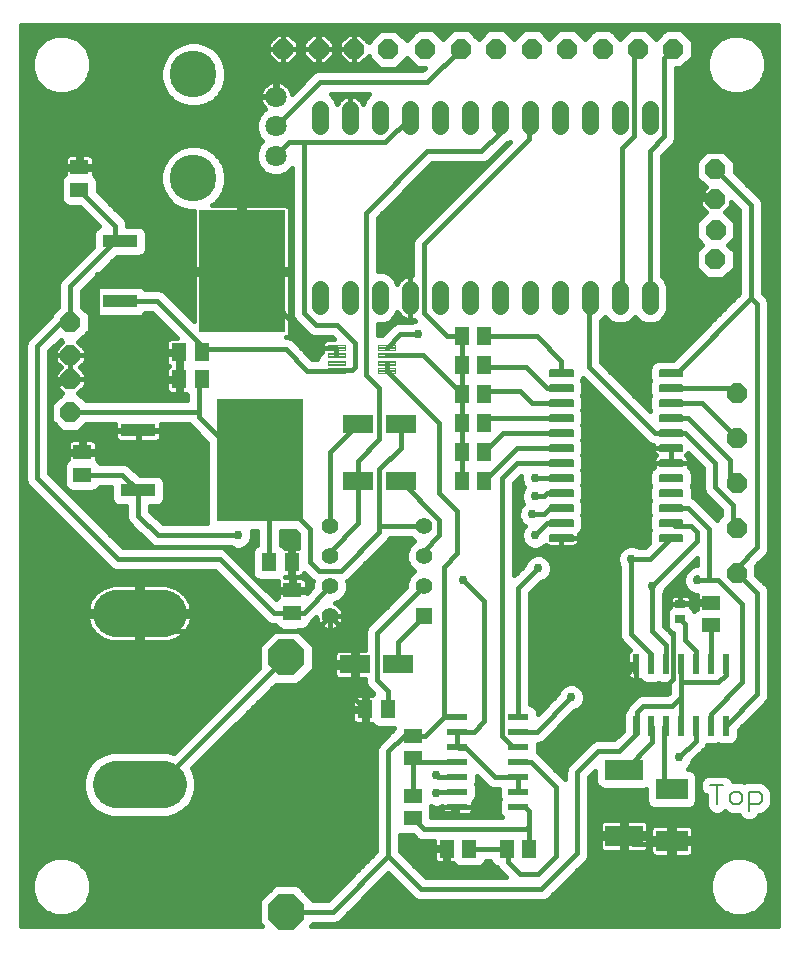
<source format=gtl>
G75*
%MOIN*%
%OFA0B0*%
%FSLAX25Y25*%
%IPPOS*%
%LPD*%
%AMOC8*
5,1,8,0,0,1.08239X$1,22.5*
%
%ADD10C,0.00700*%
%ADD11R,0.02100X0.06700*%
%ADD12R,0.06700X0.02100*%
%ADD13R,0.05528X0.05528*%
%ADD14C,0.05528*%
%ADD15R,0.05118X0.05906*%
%ADD16R,0.10630X0.07087*%
%ADD17R,0.12598X0.07087*%
%ADD18R,0.03543X0.02756*%
%ADD19R,0.05906X0.05118*%
%ADD20OC8,0.06600*%
%ADD21R,0.10236X0.06299*%
%ADD22C,0.00591*%
%ADD23C,0.00492*%
%ADD24C,0.05669*%
%ADD25C,0.15748*%
%ADD26C,0.07087*%
%ADD27C,0.15591*%
%ADD28OC8,0.12000*%
%ADD29R,0.28543X0.40551*%
%ADD30R,0.11811X0.03937*%
%ADD31C,0.01600*%
%ADD32C,0.02962*%
D10*
X0235150Y0052455D02*
X0239354Y0052455D01*
X0237252Y0052455D02*
X0237252Y0046150D01*
X0241595Y0047201D02*
X0242646Y0046150D01*
X0244748Y0046150D01*
X0245799Y0047201D01*
X0245799Y0049303D01*
X0244748Y0050354D01*
X0242646Y0050354D01*
X0241595Y0049303D01*
X0241595Y0047201D01*
X0248041Y0046150D02*
X0251194Y0046150D01*
X0252245Y0047201D01*
X0252245Y0049303D01*
X0251194Y0050354D01*
X0248041Y0050354D01*
X0248041Y0044048D01*
D11*
X0240335Y0072427D03*
X0235335Y0072427D03*
X0230335Y0072427D03*
X0225335Y0072427D03*
X0220335Y0072427D03*
X0215335Y0072427D03*
X0210335Y0072427D03*
X0210335Y0092827D03*
X0215335Y0092827D03*
X0220335Y0092827D03*
X0225335Y0092827D03*
X0230335Y0092827D03*
X0235335Y0092827D03*
X0240335Y0092827D03*
D12*
X0171165Y0075320D03*
X0171165Y0070320D03*
X0171165Y0065320D03*
X0171165Y0060320D03*
X0171165Y0055320D03*
X0171165Y0050320D03*
X0171165Y0045320D03*
X0150765Y0045320D03*
X0150765Y0050320D03*
X0150765Y0055320D03*
X0150765Y0060320D03*
X0150765Y0065320D03*
X0150765Y0070320D03*
X0150765Y0075320D03*
D13*
X0139650Y0108902D03*
D14*
X0139650Y0118902D03*
X0139650Y0128902D03*
X0139650Y0138902D03*
X0108391Y0138902D03*
X0108391Y0128902D03*
X0108391Y0118902D03*
X0108391Y0108902D03*
D15*
X0095540Y0126800D03*
X0088060Y0126800D03*
X0120060Y0077800D03*
X0127540Y0077800D03*
X0147225Y0031383D03*
X0154706Y0031383D03*
X0167225Y0031383D03*
X0174706Y0031383D03*
X0159784Y0153989D03*
X0152304Y0153989D03*
X0152304Y0163674D03*
X0159784Y0163674D03*
X0159784Y0173359D03*
X0152304Y0173359D03*
X0152304Y0183044D03*
X0159784Y0183044D03*
X0159784Y0192729D03*
X0152304Y0192729D03*
X0152304Y0202414D03*
X0159784Y0202414D03*
X0065540Y0196800D03*
X0058060Y0196800D03*
X0058060Y0187800D03*
X0065540Y0187800D03*
D16*
X0222209Y0051351D03*
X0222209Y0034028D03*
D17*
X0206335Y0035666D03*
X0206335Y0057713D03*
D18*
X0225131Y0107792D03*
X0225131Y0112910D03*
D19*
X0235272Y0113430D03*
X0235272Y0105950D03*
X0135965Y0069060D03*
X0135965Y0061580D03*
X0135965Y0049060D03*
X0135965Y0041580D03*
X0095800Y0110060D03*
X0095800Y0117540D03*
X0025800Y0156060D03*
X0025800Y0163540D03*
X0024800Y0251060D03*
X0024800Y0258540D03*
D20*
X0021800Y0206800D03*
X0021800Y0195800D03*
X0021800Y0187800D03*
X0021800Y0176800D03*
X0092706Y0298013D03*
X0104517Y0298013D03*
X0116328Y0298013D03*
X0127800Y0297800D03*
X0140139Y0298013D03*
X0151950Y0298013D03*
X0163761Y0298013D03*
X0175572Y0298013D03*
X0187383Y0298013D03*
X0199194Y0298013D03*
X0211005Y0298013D03*
X0222816Y0298013D03*
X0236800Y0257800D03*
X0236800Y0247800D03*
X0236879Y0237517D03*
X0236800Y0227800D03*
X0243902Y0183438D03*
X0243902Y0168438D03*
X0243902Y0153438D03*
X0243902Y0138438D03*
X0243902Y0123438D03*
D21*
X0131887Y0153800D03*
X0117713Y0153800D03*
X0117713Y0172800D03*
X0131887Y0172800D03*
X0130887Y0092800D03*
X0116713Y0092800D03*
D22*
X0181733Y0134083D02*
X0189253Y0134083D01*
X0181733Y0134083D02*
X0181733Y0135855D01*
X0189253Y0135855D01*
X0189253Y0134083D01*
X0189253Y0134673D02*
X0181733Y0134673D01*
X0181733Y0135263D02*
X0189253Y0135263D01*
X0189253Y0135853D02*
X0181733Y0135853D01*
X0181733Y0139083D02*
X0189253Y0139083D01*
X0181733Y0139083D02*
X0181733Y0140855D01*
X0189253Y0140855D01*
X0189253Y0139083D01*
X0189253Y0139673D02*
X0181733Y0139673D01*
X0181733Y0140263D02*
X0189253Y0140263D01*
X0189253Y0140853D02*
X0181733Y0140853D01*
X0181733Y0144083D02*
X0189253Y0144083D01*
X0181733Y0144083D02*
X0181733Y0145855D01*
X0189253Y0145855D01*
X0189253Y0144083D01*
X0189253Y0144673D02*
X0181733Y0144673D01*
X0181733Y0145263D02*
X0189253Y0145263D01*
X0189253Y0145853D02*
X0181733Y0145853D01*
X0181733Y0149083D02*
X0189253Y0149083D01*
X0181733Y0149083D02*
X0181733Y0150855D01*
X0189253Y0150855D01*
X0189253Y0149083D01*
X0189253Y0149673D02*
X0181733Y0149673D01*
X0181733Y0150263D02*
X0189253Y0150263D01*
X0189253Y0150853D02*
X0181733Y0150853D01*
X0181733Y0154083D02*
X0189253Y0154083D01*
X0181733Y0154083D02*
X0181733Y0155855D01*
X0189253Y0155855D01*
X0189253Y0154083D01*
X0189253Y0154673D02*
X0181733Y0154673D01*
X0181733Y0155263D02*
X0189253Y0155263D01*
X0189253Y0155853D02*
X0181733Y0155853D01*
X0181733Y0159083D02*
X0189253Y0159083D01*
X0181733Y0159083D02*
X0181733Y0160855D01*
X0189253Y0160855D01*
X0189253Y0159083D01*
X0189253Y0159673D02*
X0181733Y0159673D01*
X0181733Y0160263D02*
X0189253Y0160263D01*
X0189253Y0160853D02*
X0181733Y0160853D01*
X0181733Y0164083D02*
X0189253Y0164083D01*
X0181733Y0164083D02*
X0181733Y0165855D01*
X0189253Y0165855D01*
X0189253Y0164083D01*
X0189253Y0164673D02*
X0181733Y0164673D01*
X0181733Y0165263D02*
X0189253Y0165263D01*
X0189253Y0165853D02*
X0181733Y0165853D01*
X0181733Y0169083D02*
X0189253Y0169083D01*
X0181733Y0169083D02*
X0181733Y0170855D01*
X0189253Y0170855D01*
X0189253Y0169083D01*
X0189253Y0169673D02*
X0181733Y0169673D01*
X0181733Y0170263D02*
X0189253Y0170263D01*
X0189253Y0170853D02*
X0181733Y0170853D01*
X0181733Y0174083D02*
X0189253Y0174083D01*
X0181733Y0174083D02*
X0181733Y0175855D01*
X0189253Y0175855D01*
X0189253Y0174083D01*
X0189253Y0174673D02*
X0181733Y0174673D01*
X0181733Y0175263D02*
X0189253Y0175263D01*
X0189253Y0175853D02*
X0181733Y0175853D01*
X0181733Y0179083D02*
X0189253Y0179083D01*
X0181733Y0179083D02*
X0181733Y0180855D01*
X0189253Y0180855D01*
X0189253Y0179083D01*
X0189253Y0179673D02*
X0181733Y0179673D01*
X0181733Y0180263D02*
X0189253Y0180263D01*
X0189253Y0180853D02*
X0181733Y0180853D01*
X0181733Y0184083D02*
X0189253Y0184083D01*
X0181733Y0184083D02*
X0181733Y0185855D01*
X0189253Y0185855D01*
X0189253Y0184083D01*
X0189253Y0184673D02*
X0181733Y0184673D01*
X0181733Y0185263D02*
X0189253Y0185263D01*
X0189253Y0185853D02*
X0181733Y0185853D01*
X0181733Y0189083D02*
X0189253Y0189083D01*
X0181733Y0189083D02*
X0181733Y0190855D01*
X0189253Y0190855D01*
X0189253Y0189083D01*
X0189253Y0189673D02*
X0181733Y0189673D01*
X0181733Y0190263D02*
X0189253Y0190263D01*
X0189253Y0190853D02*
X0181733Y0190853D01*
X0218268Y0189083D02*
X0225788Y0189083D01*
X0218268Y0189083D02*
X0218268Y0190855D01*
X0225788Y0190855D01*
X0225788Y0189083D01*
X0225788Y0189673D02*
X0218268Y0189673D01*
X0218268Y0190263D02*
X0225788Y0190263D01*
X0225788Y0190853D02*
X0218268Y0190853D01*
X0218268Y0184083D02*
X0225788Y0184083D01*
X0218268Y0184083D02*
X0218268Y0185855D01*
X0225788Y0185855D01*
X0225788Y0184083D01*
X0225788Y0184673D02*
X0218268Y0184673D01*
X0218268Y0185263D02*
X0225788Y0185263D01*
X0225788Y0185853D02*
X0218268Y0185853D01*
X0218268Y0179083D02*
X0225788Y0179083D01*
X0218268Y0179083D02*
X0218268Y0180855D01*
X0225788Y0180855D01*
X0225788Y0179083D01*
X0225788Y0179673D02*
X0218268Y0179673D01*
X0218268Y0180263D02*
X0225788Y0180263D01*
X0225788Y0180853D02*
X0218268Y0180853D01*
X0218268Y0174083D02*
X0225788Y0174083D01*
X0218268Y0174083D02*
X0218268Y0175855D01*
X0225788Y0175855D01*
X0225788Y0174083D01*
X0225788Y0174673D02*
X0218268Y0174673D01*
X0218268Y0175263D02*
X0225788Y0175263D01*
X0225788Y0175853D02*
X0218268Y0175853D01*
X0218268Y0169083D02*
X0225788Y0169083D01*
X0218268Y0169083D02*
X0218268Y0170855D01*
X0225788Y0170855D01*
X0225788Y0169083D01*
X0225788Y0169673D02*
X0218268Y0169673D01*
X0218268Y0170263D02*
X0225788Y0170263D01*
X0225788Y0170853D02*
X0218268Y0170853D01*
X0218268Y0164083D02*
X0225788Y0164083D01*
X0218268Y0164083D02*
X0218268Y0165855D01*
X0225788Y0165855D01*
X0225788Y0164083D01*
X0225788Y0164673D02*
X0218268Y0164673D01*
X0218268Y0165263D02*
X0225788Y0165263D01*
X0225788Y0165853D02*
X0218268Y0165853D01*
X0218268Y0159083D02*
X0225788Y0159083D01*
X0218268Y0159083D02*
X0218268Y0160855D01*
X0225788Y0160855D01*
X0225788Y0159083D01*
X0225788Y0159673D02*
X0218268Y0159673D01*
X0218268Y0160263D02*
X0225788Y0160263D01*
X0225788Y0160853D02*
X0218268Y0160853D01*
X0218268Y0154083D02*
X0225788Y0154083D01*
X0218268Y0154083D02*
X0218268Y0155855D01*
X0225788Y0155855D01*
X0225788Y0154083D01*
X0225788Y0154673D02*
X0218268Y0154673D01*
X0218268Y0155263D02*
X0225788Y0155263D01*
X0225788Y0155853D02*
X0218268Y0155853D01*
X0218268Y0149083D02*
X0225788Y0149083D01*
X0218268Y0149083D02*
X0218268Y0150855D01*
X0225788Y0150855D01*
X0225788Y0149083D01*
X0225788Y0149673D02*
X0218268Y0149673D01*
X0218268Y0150263D02*
X0225788Y0150263D01*
X0225788Y0150853D02*
X0218268Y0150853D01*
X0218268Y0144083D02*
X0225788Y0144083D01*
X0218268Y0144083D02*
X0218268Y0145855D01*
X0225788Y0145855D01*
X0225788Y0144083D01*
X0225788Y0144673D02*
X0218268Y0144673D01*
X0218268Y0145263D02*
X0225788Y0145263D01*
X0225788Y0145853D02*
X0218268Y0145853D01*
X0218268Y0139083D02*
X0225788Y0139083D01*
X0218268Y0139083D02*
X0218268Y0140855D01*
X0225788Y0140855D01*
X0225788Y0139083D01*
X0225788Y0139673D02*
X0218268Y0139673D01*
X0218268Y0140263D02*
X0225788Y0140263D01*
X0225788Y0140853D02*
X0218268Y0140853D01*
X0218268Y0134083D02*
X0225788Y0134083D01*
X0218268Y0134083D02*
X0218268Y0135855D01*
X0225788Y0135855D01*
X0225788Y0134083D01*
X0225788Y0134673D02*
X0218268Y0134673D01*
X0218268Y0135263D02*
X0225788Y0135263D01*
X0225788Y0135853D02*
X0218268Y0135853D01*
D23*
X0130145Y0191510D02*
X0124259Y0191510D01*
X0130145Y0191510D02*
X0130145Y0190034D01*
X0124259Y0190034D01*
X0124259Y0191510D01*
X0124259Y0190525D02*
X0130145Y0190525D01*
X0130145Y0191016D02*
X0124259Y0191016D01*
X0124259Y0191507D02*
X0130145Y0191507D01*
X0130145Y0194069D02*
X0124259Y0194069D01*
X0130145Y0194069D02*
X0130145Y0192593D01*
X0124259Y0192593D01*
X0124259Y0194069D01*
X0124259Y0193084D02*
X0130145Y0193084D01*
X0130145Y0193575D02*
X0124259Y0193575D01*
X0124259Y0194066D02*
X0130145Y0194066D01*
X0130145Y0196629D02*
X0124259Y0196629D01*
X0130145Y0196629D02*
X0130145Y0195153D01*
X0124259Y0195153D01*
X0124259Y0196629D01*
X0124259Y0195644D02*
X0130145Y0195644D01*
X0130145Y0196135D02*
X0124259Y0196135D01*
X0124259Y0196626D02*
X0130145Y0196626D01*
X0130145Y0199188D02*
X0124259Y0199188D01*
X0130145Y0199188D02*
X0130145Y0197712D01*
X0124259Y0197712D01*
X0124259Y0199188D01*
X0124259Y0198203D02*
X0130145Y0198203D01*
X0130145Y0198694D02*
X0124259Y0198694D01*
X0124259Y0199185D02*
X0130145Y0199185D01*
X0113452Y0199188D02*
X0107566Y0199188D01*
X0113452Y0199188D02*
X0113452Y0197712D01*
X0107566Y0197712D01*
X0107566Y0199188D01*
X0107566Y0198203D02*
X0113452Y0198203D01*
X0113452Y0198694D02*
X0107566Y0198694D01*
X0107566Y0199185D02*
X0113452Y0199185D01*
X0113452Y0196629D02*
X0107566Y0196629D01*
X0113452Y0196629D02*
X0113452Y0195153D01*
X0107566Y0195153D01*
X0107566Y0196629D01*
X0107566Y0195644D02*
X0113452Y0195644D01*
X0113452Y0196135D02*
X0107566Y0196135D01*
X0107566Y0196626D02*
X0113452Y0196626D01*
X0113452Y0194069D02*
X0107566Y0194069D01*
X0113452Y0194069D02*
X0113452Y0192593D01*
X0107566Y0192593D01*
X0107566Y0194069D01*
X0107566Y0193084D02*
X0113452Y0193084D01*
X0113452Y0193575D02*
X0107566Y0193575D01*
X0107566Y0194066D02*
X0113452Y0194066D01*
X0113452Y0191510D02*
X0107566Y0191510D01*
X0113452Y0191510D02*
X0113452Y0190034D01*
X0107566Y0190034D01*
X0107566Y0191510D01*
X0107566Y0190525D02*
X0113452Y0190525D01*
X0113452Y0191016D02*
X0107566Y0191016D01*
X0107566Y0191507D02*
X0113452Y0191507D01*
D24*
X0115044Y0212217D02*
X0115044Y0217887D01*
X0105044Y0217887D02*
X0105044Y0212217D01*
X0125044Y0212217D02*
X0125044Y0217887D01*
X0135044Y0217887D02*
X0135044Y0212217D01*
X0145044Y0212217D02*
X0145044Y0217887D01*
X0155044Y0217887D02*
X0155044Y0212217D01*
X0165044Y0212217D02*
X0165044Y0217887D01*
X0175044Y0217887D02*
X0175044Y0212217D01*
X0185044Y0212217D02*
X0185044Y0217887D01*
X0195044Y0217887D02*
X0195044Y0212217D01*
X0205044Y0212217D02*
X0205044Y0217887D01*
X0215044Y0217887D02*
X0215044Y0212217D01*
X0215044Y0272217D02*
X0215044Y0277887D01*
X0205044Y0277887D02*
X0205044Y0272217D01*
X0195044Y0272217D02*
X0195044Y0277887D01*
X0185044Y0277887D02*
X0185044Y0272217D01*
X0175044Y0272217D02*
X0175044Y0277887D01*
X0165044Y0277887D02*
X0165044Y0272217D01*
X0155044Y0272217D02*
X0155044Y0277887D01*
X0145044Y0277887D02*
X0145044Y0272217D01*
X0135044Y0272217D02*
X0135044Y0277887D01*
X0125044Y0277887D02*
X0125044Y0272217D01*
X0115044Y0272217D02*
X0115044Y0277887D01*
X0105044Y0277887D02*
X0105044Y0272217D01*
D25*
X0052674Y0109800D02*
X0036926Y0109800D01*
X0036926Y0052800D02*
X0052674Y0052800D01*
D26*
X0090335Y0262359D03*
X0090335Y0272202D03*
X0090335Y0282044D03*
D27*
X0062776Y0289524D03*
X0062776Y0254879D03*
D28*
X0093800Y0095241D03*
X0093800Y0010359D03*
D29*
X0084942Y0160800D03*
X0078942Y0223800D03*
D30*
X0038391Y0213800D03*
X0038391Y0233800D03*
X0044391Y0170800D03*
X0044391Y0150800D03*
D31*
X0005500Y0005500D02*
X0005500Y0306061D01*
X0257801Y0306061D01*
X0257801Y0005500D01*
X0101952Y0005500D01*
X0102811Y0006359D01*
X0110155Y0006359D01*
X0111625Y0006968D01*
X0127800Y0023143D01*
X0135409Y0015534D01*
X0136534Y0014409D01*
X0138004Y0013800D01*
X0179596Y0013800D01*
X0181066Y0014409D01*
X0182191Y0015534D01*
X0194191Y0027534D01*
X0194800Y0029004D01*
X0194800Y0055143D01*
X0196836Y0057179D01*
X0196836Y0053534D01*
X0197323Y0052357D01*
X0198224Y0051457D01*
X0199400Y0050970D01*
X0213271Y0050970D01*
X0213694Y0051145D01*
X0213694Y0047171D01*
X0214182Y0045995D01*
X0215082Y0045095D01*
X0216258Y0044608D01*
X0228161Y0044608D01*
X0229337Y0045095D01*
X0230237Y0045995D01*
X0230724Y0047171D01*
X0230724Y0055531D01*
X0230237Y0056707D01*
X0229337Y0057607D01*
X0228161Y0058094D01*
X0227715Y0058094D01*
X0228768Y0059148D01*
X0229450Y0060793D01*
X0233726Y0065070D01*
X0234061Y0065877D01*
X0237022Y0065877D01*
X0237835Y0066214D01*
X0238649Y0065877D01*
X0242022Y0065877D01*
X0243198Y0066364D01*
X0244098Y0067264D01*
X0244585Y0068440D01*
X0244585Y0070929D01*
X0253066Y0079409D01*
X0254191Y0080534D01*
X0254800Y0082004D01*
X0254800Y0117336D01*
X0254191Y0118806D01*
X0250402Y0122595D01*
X0250402Y0125746D01*
X0253066Y0128409D01*
X0254191Y0129534D01*
X0254800Y0131004D01*
X0254800Y0213596D01*
X0254191Y0215066D01*
X0252800Y0216457D01*
X0252800Y0246596D01*
X0252191Y0248066D01*
X0243300Y0256957D01*
X0243300Y0260492D01*
X0239492Y0264300D01*
X0234108Y0264300D01*
X0230300Y0260492D01*
X0230300Y0255108D01*
X0233598Y0251810D01*
X0231700Y0249912D01*
X0231700Y0247800D01*
X0236800Y0247800D01*
X0234800Y0247800D01*
X0228800Y0253800D01*
X0228800Y0260800D01*
X0231800Y0263800D01*
X0239800Y0263800D01*
X0255800Y0247800D01*
X0255800Y0064800D01*
X0257801Y0064142D02*
X0232799Y0064142D01*
X0234004Y0065740D02*
X0257801Y0065740D01*
X0257801Y0067339D02*
X0244129Y0067339D01*
X0244585Y0068937D02*
X0257801Y0068937D01*
X0257801Y0070536D02*
X0244585Y0070536D01*
X0245791Y0072134D02*
X0257801Y0072134D01*
X0257801Y0073733D02*
X0247390Y0073733D01*
X0248988Y0075332D02*
X0257801Y0075332D01*
X0257801Y0076930D02*
X0250587Y0076930D01*
X0252185Y0078529D02*
X0257801Y0078529D01*
X0257801Y0080127D02*
X0253784Y0080127D01*
X0254685Y0081726D02*
X0257801Y0081726D01*
X0257801Y0083324D02*
X0254800Y0083324D01*
X0254800Y0084923D02*
X0257801Y0084923D01*
X0257801Y0086521D02*
X0254800Y0086521D01*
X0254800Y0088120D02*
X0257801Y0088120D01*
X0257801Y0089718D02*
X0254800Y0089718D01*
X0254800Y0091317D02*
X0257801Y0091317D01*
X0257801Y0092915D02*
X0254800Y0092915D01*
X0254800Y0094514D02*
X0257801Y0094514D01*
X0257801Y0096112D02*
X0254800Y0096112D01*
X0254800Y0097711D02*
X0257801Y0097711D01*
X0257801Y0099309D02*
X0254800Y0099309D01*
X0254800Y0100908D02*
X0257801Y0100908D01*
X0257801Y0102506D02*
X0254800Y0102506D01*
X0254800Y0104105D02*
X0257801Y0104105D01*
X0257801Y0105703D02*
X0254800Y0105703D01*
X0254800Y0107302D02*
X0257801Y0107302D01*
X0257801Y0108900D02*
X0254800Y0108900D01*
X0254800Y0110499D02*
X0257801Y0110499D01*
X0257801Y0112097D02*
X0254800Y0112097D01*
X0254800Y0113696D02*
X0257801Y0113696D01*
X0257801Y0115294D02*
X0254800Y0115294D01*
X0254800Y0116893D02*
X0257801Y0116893D01*
X0257801Y0118491D02*
X0254321Y0118491D01*
X0252907Y0120090D02*
X0257801Y0120090D01*
X0257801Y0121688D02*
X0251309Y0121688D01*
X0250402Y0123287D02*
X0257801Y0123287D01*
X0257801Y0124885D02*
X0250402Y0124885D01*
X0251141Y0126484D02*
X0257801Y0126484D01*
X0257801Y0128082D02*
X0252739Y0128082D01*
X0254252Y0129681D02*
X0257801Y0129681D01*
X0257801Y0131279D02*
X0254800Y0131279D01*
X0254800Y0132878D02*
X0257801Y0132878D01*
X0257801Y0134476D02*
X0254800Y0134476D01*
X0254800Y0136075D02*
X0257801Y0136075D01*
X0257801Y0137673D02*
X0254800Y0137673D01*
X0254800Y0139272D02*
X0257801Y0139272D01*
X0257801Y0140870D02*
X0254800Y0140870D01*
X0254800Y0142469D02*
X0257801Y0142469D01*
X0257801Y0144068D02*
X0254800Y0144068D01*
X0254800Y0145666D02*
X0257801Y0145666D01*
X0257801Y0147265D02*
X0254800Y0147265D01*
X0254800Y0148863D02*
X0257801Y0148863D01*
X0257801Y0150462D02*
X0254800Y0150462D01*
X0254800Y0152060D02*
X0257801Y0152060D01*
X0257801Y0153659D02*
X0254800Y0153659D01*
X0254800Y0155257D02*
X0257801Y0155257D01*
X0257801Y0156856D02*
X0254800Y0156856D01*
X0254800Y0158454D02*
X0257801Y0158454D01*
X0257801Y0160053D02*
X0254800Y0160053D01*
X0254800Y0161651D02*
X0257801Y0161651D01*
X0257801Y0163250D02*
X0254800Y0163250D01*
X0254800Y0164848D02*
X0257801Y0164848D01*
X0257801Y0166447D02*
X0254800Y0166447D01*
X0254800Y0168045D02*
X0257801Y0168045D01*
X0257801Y0169644D02*
X0254800Y0169644D01*
X0254800Y0171242D02*
X0257801Y0171242D01*
X0257801Y0172841D02*
X0254800Y0172841D01*
X0254800Y0174439D02*
X0257801Y0174439D01*
X0257801Y0176038D02*
X0254800Y0176038D01*
X0254800Y0177636D02*
X0257801Y0177636D01*
X0257801Y0179235D02*
X0254800Y0179235D01*
X0254800Y0180833D02*
X0257801Y0180833D01*
X0257801Y0182432D02*
X0254800Y0182432D01*
X0254800Y0184030D02*
X0257801Y0184030D01*
X0257801Y0185629D02*
X0254800Y0185629D01*
X0254800Y0187227D02*
X0257801Y0187227D01*
X0257801Y0188826D02*
X0254800Y0188826D01*
X0254800Y0190424D02*
X0257801Y0190424D01*
X0257801Y0192023D02*
X0254800Y0192023D01*
X0254800Y0193621D02*
X0257801Y0193621D01*
X0257801Y0195220D02*
X0254800Y0195220D01*
X0254800Y0196818D02*
X0257801Y0196818D01*
X0257801Y0198417D02*
X0254800Y0198417D01*
X0254800Y0200015D02*
X0257801Y0200015D01*
X0257801Y0201614D02*
X0254800Y0201614D01*
X0254800Y0203212D02*
X0257801Y0203212D01*
X0257801Y0204811D02*
X0254800Y0204811D01*
X0254800Y0206409D02*
X0257801Y0206409D01*
X0257801Y0208008D02*
X0254800Y0208008D01*
X0254800Y0209606D02*
X0257801Y0209606D01*
X0257801Y0211205D02*
X0254800Y0211205D01*
X0254800Y0212803D02*
X0257801Y0212803D01*
X0257801Y0214402D02*
X0254466Y0214402D01*
X0253256Y0216001D02*
X0257801Y0216001D01*
X0257801Y0217599D02*
X0252800Y0217599D01*
X0252800Y0219198D02*
X0257801Y0219198D01*
X0257801Y0220796D02*
X0252800Y0220796D01*
X0252800Y0222395D02*
X0257801Y0222395D01*
X0257801Y0223993D02*
X0252800Y0223993D01*
X0252800Y0225592D02*
X0257801Y0225592D01*
X0257801Y0227190D02*
X0252800Y0227190D01*
X0252800Y0228789D02*
X0257801Y0228789D01*
X0257801Y0230387D02*
X0252800Y0230387D01*
X0252800Y0231986D02*
X0257801Y0231986D01*
X0257801Y0233584D02*
X0252800Y0233584D01*
X0252800Y0235183D02*
X0257801Y0235183D01*
X0257801Y0236781D02*
X0252800Y0236781D01*
X0252800Y0238380D02*
X0257801Y0238380D01*
X0257801Y0239978D02*
X0252800Y0239978D01*
X0252800Y0241577D02*
X0257801Y0241577D01*
X0257801Y0243175D02*
X0252800Y0243175D01*
X0252800Y0244774D02*
X0257801Y0244774D01*
X0257801Y0246372D02*
X0252800Y0246372D01*
X0252230Y0247971D02*
X0257801Y0247971D01*
X0257801Y0249569D02*
X0250688Y0249569D01*
X0249089Y0251168D02*
X0257801Y0251168D01*
X0257801Y0252766D02*
X0247491Y0252766D01*
X0245892Y0254365D02*
X0257801Y0254365D01*
X0257801Y0255963D02*
X0244294Y0255963D01*
X0243300Y0257562D02*
X0257801Y0257562D01*
X0257801Y0259160D02*
X0243300Y0259160D01*
X0243034Y0260759D02*
X0257801Y0260759D01*
X0257801Y0262357D02*
X0241435Y0262357D01*
X0239837Y0263956D02*
X0257801Y0263956D01*
X0257801Y0265554D02*
X0222211Y0265554D01*
X0222066Y0265409D02*
X0223191Y0266534D01*
X0223800Y0268004D01*
X0223800Y0291513D01*
X0225508Y0291513D01*
X0229316Y0295320D01*
X0229316Y0300705D01*
X0225508Y0304513D01*
X0220123Y0304513D01*
X0216910Y0301299D01*
X0213697Y0304513D01*
X0208312Y0304513D01*
X0205099Y0301299D01*
X0201886Y0304513D01*
X0196501Y0304513D01*
X0193288Y0301299D01*
X0190075Y0304513D01*
X0184690Y0304513D01*
X0181477Y0301299D01*
X0178264Y0304513D01*
X0172879Y0304513D01*
X0169666Y0301299D01*
X0166453Y0304513D01*
X0161068Y0304513D01*
X0157855Y0301299D01*
X0154642Y0304513D01*
X0149257Y0304513D01*
X0146044Y0301299D01*
X0142831Y0304513D01*
X0137446Y0304513D01*
X0133863Y0300929D01*
X0130492Y0304300D01*
X0125108Y0304300D01*
X0121300Y0300492D01*
X0121300Y0300253D01*
X0118440Y0303113D01*
X0116328Y0303113D01*
X0116328Y0298013D01*
X0116327Y0298013D01*
X0116327Y0298013D01*
X0111228Y0298013D01*
X0111228Y0300125D01*
X0114215Y0303113D01*
X0116327Y0303113D01*
X0116327Y0298013D01*
X0111228Y0298013D01*
X0111228Y0295900D01*
X0114215Y0292913D01*
X0116327Y0292913D01*
X0116327Y0298012D01*
X0116328Y0298012D01*
X0116328Y0292913D01*
X0118440Y0292913D01*
X0121300Y0295773D01*
X0121300Y0295108D01*
X0125108Y0291300D01*
X0130492Y0291300D01*
X0134076Y0294883D01*
X0137446Y0291513D01*
X0139856Y0291513D01*
X0139143Y0290800D01*
X0104138Y0290800D01*
X0102668Y0290191D01*
X0095578Y0283101D01*
X0095547Y0283295D01*
X0095287Y0284095D01*
X0094905Y0284845D01*
X0094411Y0285525D01*
X0093816Y0286120D01*
X0093136Y0286614D01*
X0092387Y0286996D01*
X0091587Y0287256D01*
X0090756Y0287387D01*
X0090520Y0287387D01*
X0090520Y0282228D01*
X0090151Y0282228D01*
X0090151Y0281860D01*
X0084992Y0281860D01*
X0084992Y0281624D01*
X0085124Y0280793D01*
X0085384Y0279993D01*
X0085765Y0279244D01*
X0086260Y0278563D01*
X0086791Y0278032D01*
X0086516Y0277918D01*
X0084619Y0276021D01*
X0083592Y0273543D01*
X0083592Y0270860D01*
X0084619Y0268382D01*
X0085720Y0267280D01*
X0084619Y0266179D01*
X0083592Y0263700D01*
X0083592Y0261018D01*
X0084619Y0258539D01*
X0086516Y0256642D01*
X0088994Y0255616D01*
X0091677Y0255616D01*
X0094155Y0256642D01*
X0095800Y0258287D01*
X0095800Y0209004D01*
X0096409Y0207534D01*
X0101534Y0202409D01*
X0103004Y0201800D01*
X0109143Y0201800D01*
X0109709Y0201234D01*
X0107296Y0201234D01*
X0106776Y0201094D01*
X0106309Y0200825D01*
X0105928Y0200444D01*
X0105659Y0199978D01*
X0105520Y0199457D01*
X0105520Y0198450D01*
X0106628Y0198450D01*
X0106627Y0198450D01*
X0105520Y0198450D01*
X0105520Y0197442D01*
X0105593Y0197170D01*
X0105520Y0196898D01*
X0105520Y0196897D01*
X0104644Y0196022D01*
X0104127Y0194772D01*
X0102484Y0194772D01*
X0097191Y0200066D01*
X0096066Y0201191D01*
X0094596Y0201800D01*
X0093732Y0201800D01*
X0093908Y0201847D01*
X0094319Y0202084D01*
X0094654Y0202419D01*
X0094891Y0202830D01*
X0095013Y0203287D01*
X0095013Y0223000D01*
X0079742Y0223000D01*
X0079742Y0224600D01*
X0095013Y0224600D01*
X0095013Y0244313D01*
X0094891Y0244770D01*
X0094654Y0245181D01*
X0094319Y0245516D01*
X0093908Y0245753D01*
X0093450Y0245876D01*
X0079742Y0245876D01*
X0079742Y0224600D01*
X0078142Y0224600D01*
X0078142Y0245876D01*
X0069173Y0245876D01*
X0069528Y0246080D01*
X0071575Y0248127D01*
X0073022Y0250635D01*
X0073772Y0253431D01*
X0073772Y0256326D01*
X0073022Y0259123D01*
X0071575Y0261630D01*
X0069528Y0263677D01*
X0067020Y0265125D01*
X0064224Y0265874D01*
X0061329Y0265874D01*
X0058532Y0265125D01*
X0056025Y0263677D01*
X0053978Y0261630D01*
X0052530Y0259123D01*
X0051781Y0256326D01*
X0051781Y0253431D01*
X0052530Y0250635D01*
X0053978Y0248127D01*
X0056025Y0246080D01*
X0058532Y0244633D01*
X0061329Y0243883D01*
X0062870Y0243883D01*
X0062870Y0224600D01*
X0078142Y0224600D01*
X0078142Y0223000D01*
X0062870Y0223000D01*
X0062870Y0207387D01*
X0053066Y0217191D01*
X0051596Y0217800D01*
X0046790Y0217800D01*
X0046109Y0218481D01*
X0044933Y0218968D01*
X0031849Y0218968D01*
X0030672Y0218481D01*
X0029772Y0217581D01*
X0029285Y0216405D01*
X0029285Y0211195D01*
X0029772Y0210019D01*
X0030672Y0209119D01*
X0031849Y0208631D01*
X0044933Y0208631D01*
X0046109Y0209119D01*
X0046790Y0209800D01*
X0049143Y0209800D01*
X0057390Y0201553D01*
X0055264Y0201553D01*
X0054806Y0201430D01*
X0054396Y0201193D01*
X0054060Y0200858D01*
X0053823Y0200448D01*
X0053701Y0199990D01*
X0053701Y0197280D01*
X0057580Y0197280D01*
X0057580Y0196320D01*
X0058539Y0196320D01*
X0058539Y0188280D01*
X0057580Y0188280D01*
X0057580Y0192047D01*
X0057580Y0196320D01*
X0053701Y0196320D01*
X0053701Y0193610D01*
X0053823Y0193152D01*
X0054060Y0192742D01*
X0054396Y0192407D01*
X0054581Y0192300D01*
X0054396Y0192193D01*
X0054060Y0191858D01*
X0053823Y0191448D01*
X0053701Y0190990D01*
X0053701Y0188280D01*
X0057580Y0188280D01*
X0057580Y0187320D01*
X0058539Y0187320D01*
X0058539Y0183047D01*
X0060263Y0183047D01*
X0060268Y0183035D01*
X0060540Y0182763D01*
X0060540Y0180800D01*
X0026992Y0180800D01*
X0024502Y0183290D01*
X0026900Y0185688D01*
X0026900Y0187800D01*
X0026900Y0189912D01*
X0025012Y0191800D01*
X0026900Y0193688D01*
X0026900Y0195800D01*
X0026900Y0197912D01*
X0024502Y0200310D01*
X0028300Y0204108D01*
X0028300Y0209492D01*
X0025800Y0211992D01*
X0025800Y0217143D01*
X0037288Y0228631D01*
X0044933Y0228631D01*
X0046109Y0229119D01*
X0047009Y0230019D01*
X0047496Y0231195D01*
X0047496Y0236405D01*
X0047009Y0237581D01*
X0046109Y0238481D01*
X0044933Y0238968D01*
X0040800Y0238968D01*
X0040800Y0239855D01*
X0040191Y0241326D01*
X0030953Y0250564D01*
X0030953Y0254255D01*
X0030466Y0255432D01*
X0029565Y0256332D01*
X0029553Y0256337D01*
X0029553Y0258061D01*
X0025280Y0258061D01*
X0025280Y0259020D01*
X0029553Y0259020D01*
X0029553Y0261336D01*
X0029430Y0261794D01*
X0029193Y0262204D01*
X0028858Y0262540D01*
X0028448Y0262777D01*
X0027990Y0262899D01*
X0025280Y0262899D01*
X0025280Y0259020D01*
X0024320Y0259020D01*
X0024320Y0258061D01*
X0020047Y0258061D01*
X0020047Y0256337D01*
X0020035Y0256332D01*
X0019134Y0255432D01*
X0018647Y0254255D01*
X0018647Y0247864D01*
X0019134Y0246688D01*
X0020035Y0245788D01*
X0021211Y0245301D01*
X0024902Y0245301D01*
X0031414Y0238789D01*
X0030672Y0238481D01*
X0029772Y0237581D01*
X0029285Y0236405D01*
X0029285Y0231942D01*
X0018409Y0221066D01*
X0017800Y0219596D01*
X0017800Y0211992D01*
X0015300Y0209492D01*
X0015300Y0208957D01*
X0008534Y0202191D01*
X0007409Y0201066D01*
X0006800Y0199596D01*
X0006800Y0154004D01*
X0007409Y0152534D01*
X0034409Y0125534D01*
X0035534Y0124409D01*
X0037004Y0123800D01*
X0070143Y0123800D01*
X0087274Y0106669D01*
X0088745Y0106060D01*
X0089980Y0106060D01*
X0090134Y0105688D01*
X0091035Y0104788D01*
X0091872Y0104441D01*
X0089989Y0104441D01*
X0084600Y0099052D01*
X0084600Y0091698D01*
X0056217Y0063315D01*
X0054132Y0063874D01*
X0035468Y0063874D01*
X0032652Y0063119D01*
X0030126Y0061661D01*
X0028065Y0059600D01*
X0026607Y0057074D01*
X0025852Y0054258D01*
X0025852Y0051342D01*
X0026607Y0048526D01*
X0028065Y0046000D01*
X0030126Y0043939D01*
X0032652Y0042481D01*
X0035468Y0041726D01*
X0054132Y0041726D01*
X0056948Y0042481D01*
X0059474Y0043939D01*
X0061535Y0046000D01*
X0062993Y0048526D01*
X0063748Y0051342D01*
X0063748Y0054258D01*
X0062993Y0057074D01*
X0062370Y0058154D01*
X0090257Y0086041D01*
X0097611Y0086041D01*
X0103000Y0091430D01*
X0103000Y0099052D01*
X0097751Y0104301D01*
X0099389Y0104301D01*
X0100565Y0104788D01*
X0101466Y0105688D01*
X0101913Y0106768D01*
X0103827Y0108682D01*
X0103827Y0108543D01*
X0103939Y0107834D01*
X0104161Y0107150D01*
X0104487Y0106510D01*
X0104909Y0105929D01*
X0105417Y0105421D01*
X0105999Y0104999D01*
X0106639Y0104673D01*
X0107322Y0104451D01*
X0108031Y0104339D01*
X0108390Y0104339D01*
X0108390Y0108902D01*
X0108391Y0108902D01*
X0108391Y0108902D01*
X0112954Y0108902D01*
X0112954Y0108543D01*
X0112842Y0107834D01*
X0112620Y0107150D01*
X0112294Y0106510D01*
X0111872Y0105929D01*
X0111364Y0105421D01*
X0110782Y0104999D01*
X0110142Y0104673D01*
X0109459Y0104451D01*
X0108750Y0104339D01*
X0108391Y0104339D01*
X0108391Y0108902D01*
X0112954Y0108902D01*
X0112954Y0109262D01*
X0112842Y0109971D01*
X0112620Y0110654D01*
X0112294Y0111294D01*
X0111872Y0111875D01*
X0111364Y0112383D01*
X0110782Y0112806D01*
X0110142Y0113132D01*
X0110087Y0113150D01*
X0111769Y0113847D01*
X0113446Y0115524D01*
X0114354Y0117716D01*
X0114354Y0120089D01*
X0114147Y0120589D01*
X0114316Y0120659D01*
X0128191Y0134534D01*
X0128301Y0134800D01*
X0135319Y0134800D01*
X0136216Y0133902D01*
X0134595Y0132281D01*
X0133687Y0130089D01*
X0133687Y0127716D01*
X0134595Y0125524D01*
X0136216Y0123902D01*
X0134595Y0122281D01*
X0133687Y0120089D01*
X0133687Y0118595D01*
X0120659Y0105568D01*
X0120050Y0104098D01*
X0120050Y0097750D01*
X0117488Y0097750D01*
X0117488Y0093575D01*
X0115939Y0093575D01*
X0115939Y0097750D01*
X0111358Y0097750D01*
X0110900Y0097627D01*
X0110490Y0097390D01*
X0110155Y0097055D01*
X0109918Y0096644D01*
X0109795Y0096187D01*
X0109795Y0093575D01*
X0115938Y0093575D01*
X0115938Y0092025D01*
X0109795Y0092025D01*
X0109795Y0089413D01*
X0109918Y0088956D01*
X0110155Y0088545D01*
X0110490Y0088210D01*
X0110900Y0087973D01*
X0111358Y0087850D01*
X0115939Y0087850D01*
X0115939Y0092025D01*
X0117488Y0092025D01*
X0117488Y0087850D01*
X0120050Y0087850D01*
X0120050Y0086754D01*
X0120659Y0085284D01*
X0121784Y0084159D01*
X0121784Y0084159D01*
X0122823Y0083120D01*
X0122268Y0082565D01*
X0122263Y0082553D01*
X0120539Y0082553D01*
X0120539Y0078280D01*
X0119580Y0078280D01*
X0119580Y0082553D01*
X0117264Y0082553D01*
X0116806Y0082430D01*
X0116396Y0082193D01*
X0116060Y0081858D01*
X0115823Y0081448D01*
X0115701Y0080990D01*
X0115701Y0078280D01*
X0119580Y0078280D01*
X0119580Y0077320D01*
X0120539Y0077320D01*
X0120539Y0073047D01*
X0122263Y0073047D01*
X0122268Y0073035D01*
X0123168Y0072134D01*
X0124345Y0071647D01*
X0129813Y0071647D01*
X0129813Y0071469D01*
X0125534Y0067191D01*
X0124409Y0066066D01*
X0123800Y0064596D01*
X0123800Y0030457D01*
X0107702Y0014359D01*
X0102811Y0014359D01*
X0097611Y0019559D01*
X0089989Y0019559D01*
X0084600Y0014170D01*
X0084600Y0006548D01*
X0085648Y0005500D01*
X0005500Y0005500D01*
X0005500Y0006596D02*
X0084600Y0006596D01*
X0084600Y0008194D02*
X0005500Y0008194D01*
X0005500Y0009793D02*
X0014694Y0009793D01*
X0013196Y0010413D02*
X0016832Y0008907D01*
X0020768Y0008907D01*
X0024404Y0010413D01*
X0027187Y0013196D01*
X0028693Y0016832D01*
X0028693Y0020768D01*
X0027187Y0024404D01*
X0024404Y0027187D01*
X0020768Y0028693D01*
X0016832Y0028693D01*
X0013196Y0027187D01*
X0010413Y0024404D01*
X0008907Y0020768D01*
X0008907Y0016832D01*
X0010413Y0013196D01*
X0013196Y0010413D01*
X0012218Y0011391D02*
X0005500Y0011391D01*
X0005500Y0012990D02*
X0010620Y0012990D01*
X0009837Y0014588D02*
X0005500Y0014588D01*
X0005500Y0016187D02*
X0009174Y0016187D01*
X0008907Y0017785D02*
X0005500Y0017785D01*
X0005500Y0019384D02*
X0008907Y0019384D01*
X0008996Y0020982D02*
X0005500Y0020982D01*
X0005500Y0022581D02*
X0009658Y0022581D01*
X0010320Y0024179D02*
X0005500Y0024179D01*
X0005500Y0025778D02*
X0011787Y0025778D01*
X0013653Y0027376D02*
X0005500Y0027376D01*
X0005500Y0028975D02*
X0122318Y0028975D01*
X0123800Y0030573D02*
X0005500Y0030573D01*
X0005500Y0032172D02*
X0123800Y0032172D01*
X0123800Y0033770D02*
X0005500Y0033770D01*
X0005500Y0035369D02*
X0123800Y0035369D01*
X0123800Y0036967D02*
X0005500Y0036967D01*
X0005500Y0038566D02*
X0123800Y0038566D01*
X0123800Y0040164D02*
X0005500Y0040164D01*
X0005500Y0041763D02*
X0035331Y0041763D01*
X0031126Y0043361D02*
X0005500Y0043361D01*
X0005500Y0044960D02*
X0029105Y0044960D01*
X0027742Y0046558D02*
X0005500Y0046558D01*
X0005500Y0048157D02*
X0026820Y0048157D01*
X0026277Y0049755D02*
X0005500Y0049755D01*
X0005500Y0051354D02*
X0025852Y0051354D01*
X0025852Y0052952D02*
X0005500Y0052952D01*
X0005500Y0054551D02*
X0025930Y0054551D01*
X0026359Y0056149D02*
X0005500Y0056149D01*
X0005500Y0057748D02*
X0026995Y0057748D01*
X0027918Y0059346D02*
X0005500Y0059346D01*
X0005500Y0060945D02*
X0029410Y0060945D01*
X0031654Y0062543D02*
X0005500Y0062543D01*
X0005500Y0064142D02*
X0057044Y0064142D01*
X0058643Y0065740D02*
X0005500Y0065740D01*
X0005500Y0067339D02*
X0060241Y0067339D01*
X0061840Y0068937D02*
X0005500Y0068937D01*
X0005500Y0070536D02*
X0063438Y0070536D01*
X0065037Y0072134D02*
X0005500Y0072134D01*
X0005500Y0073733D02*
X0066635Y0073733D01*
X0068234Y0075332D02*
X0005500Y0075332D01*
X0005500Y0076930D02*
X0069832Y0076930D01*
X0071431Y0078529D02*
X0005500Y0078529D01*
X0005500Y0080127D02*
X0073029Y0080127D01*
X0074628Y0081726D02*
X0005500Y0081726D01*
X0005500Y0083324D02*
X0076226Y0083324D01*
X0077825Y0084923D02*
X0005500Y0084923D01*
X0005500Y0086521D02*
X0079423Y0086521D01*
X0081022Y0088120D02*
X0005500Y0088120D01*
X0005500Y0089718D02*
X0082620Y0089718D01*
X0084219Y0091317D02*
X0005500Y0091317D01*
X0005500Y0092915D02*
X0084600Y0092915D01*
X0084600Y0094514D02*
X0005500Y0094514D01*
X0005500Y0096112D02*
X0084600Y0096112D01*
X0084600Y0097711D02*
X0005500Y0097711D01*
X0005500Y0099309D02*
X0084857Y0099309D01*
X0086456Y0100908D02*
X0056505Y0100908D01*
X0056382Y0100848D02*
X0057361Y0101320D01*
X0058281Y0101898D01*
X0059130Y0102575D01*
X0059899Y0103344D01*
X0060576Y0104193D01*
X0061154Y0105113D01*
X0061626Y0106092D01*
X0061985Y0107118D01*
X0062226Y0108177D01*
X0062319Y0109000D01*
X0045600Y0109000D01*
X0045600Y0110600D01*
X0044000Y0110600D01*
X0044000Y0119474D01*
X0036383Y0119474D01*
X0035303Y0119352D01*
X0034244Y0119111D01*
X0033218Y0118752D01*
X0032239Y0118280D01*
X0031319Y0117702D01*
X0030470Y0117025D01*
X0029701Y0116256D01*
X0029024Y0115407D01*
X0028446Y0114487D01*
X0027974Y0113508D01*
X0027615Y0112482D01*
X0027374Y0111423D01*
X0027281Y0110600D01*
X0044000Y0110600D01*
X0044000Y0109000D01*
X0045600Y0109000D01*
X0045600Y0100126D01*
X0053217Y0100126D01*
X0054297Y0100248D01*
X0055356Y0100489D01*
X0056382Y0100848D01*
X0059044Y0102506D02*
X0088055Y0102506D01*
X0089653Y0104105D02*
X0060506Y0104105D01*
X0061438Y0105703D02*
X0090128Y0105703D01*
X0086641Y0107302D02*
X0062027Y0107302D01*
X0062308Y0108900D02*
X0085043Y0108900D01*
X0083444Y0110499D02*
X0045600Y0110499D01*
X0045600Y0110600D02*
X0062319Y0110600D01*
X0062226Y0111423D01*
X0061985Y0112482D01*
X0061626Y0113508D01*
X0061154Y0114487D01*
X0060576Y0115407D01*
X0059899Y0116256D01*
X0059130Y0117025D01*
X0058281Y0117702D01*
X0057361Y0118280D01*
X0056382Y0118752D01*
X0055356Y0119111D01*
X0054297Y0119352D01*
X0053217Y0119474D01*
X0045600Y0119474D01*
X0045600Y0110600D01*
X0044800Y0109800D02*
X0050800Y0103800D01*
X0103288Y0103800D01*
X0108391Y0108902D01*
X0116713Y0100580D01*
X0116713Y0092800D01*
X0116713Y0081146D01*
X0120060Y0077800D01*
X0119580Y0077320D02*
X0119580Y0073047D01*
X0117264Y0073047D01*
X0116806Y0073170D01*
X0116396Y0073407D01*
X0116060Y0073742D01*
X0115823Y0074152D01*
X0115701Y0074610D01*
X0115701Y0077320D01*
X0119580Y0077320D01*
X0119580Y0076930D02*
X0120539Y0076930D01*
X0120539Y0075332D02*
X0119580Y0075332D01*
X0119580Y0073733D02*
X0120539Y0073733D01*
X0123168Y0072134D02*
X0076350Y0072134D01*
X0074752Y0070536D02*
X0128879Y0070536D01*
X0127281Y0068937D02*
X0073153Y0068937D01*
X0071555Y0067339D02*
X0125682Y0067339D01*
X0125534Y0067191D02*
X0125534Y0067191D01*
X0124274Y0065740D02*
X0069956Y0065740D01*
X0068358Y0064142D02*
X0123800Y0064142D01*
X0123800Y0062543D02*
X0066759Y0062543D01*
X0065161Y0060945D02*
X0123800Y0060945D01*
X0123800Y0059346D02*
X0063562Y0059346D01*
X0062605Y0057748D02*
X0123800Y0057748D01*
X0123800Y0056149D02*
X0063241Y0056149D01*
X0063670Y0054551D02*
X0123800Y0054551D01*
X0123800Y0052952D02*
X0063748Y0052952D01*
X0063748Y0051354D02*
X0123800Y0051354D01*
X0123800Y0049755D02*
X0063323Y0049755D01*
X0062780Y0048157D02*
X0123800Y0048157D01*
X0123800Y0046558D02*
X0061858Y0046558D01*
X0060495Y0044960D02*
X0123800Y0044960D01*
X0123800Y0043361D02*
X0058474Y0043361D01*
X0054269Y0041763D02*
X0123800Y0041763D01*
X0131800Y0036059D02*
X0131800Y0030457D01*
X0140457Y0021800D01*
X0167143Y0021800D01*
X0165534Y0023409D01*
X0164409Y0024534D01*
X0164121Y0025230D01*
X0164030Y0025230D01*
X0162853Y0025717D01*
X0161953Y0026617D01*
X0161636Y0027383D01*
X0160294Y0027383D01*
X0159977Y0026617D01*
X0159077Y0025717D01*
X0157901Y0025230D01*
X0151510Y0025230D01*
X0150334Y0025717D01*
X0149434Y0026617D01*
X0149428Y0026630D01*
X0147705Y0026630D01*
X0147705Y0030903D01*
X0146746Y0030903D01*
X0146746Y0026630D01*
X0144429Y0026630D01*
X0143971Y0026753D01*
X0143561Y0026990D01*
X0143226Y0027325D01*
X0142989Y0027735D01*
X0142866Y0028193D01*
X0142866Y0030903D01*
X0146746Y0030903D01*
X0146746Y0031862D01*
X0142866Y0031862D01*
X0142866Y0033800D01*
X0138949Y0033800D01*
X0137479Y0034409D01*
X0136068Y0035820D01*
X0132376Y0035820D01*
X0131800Y0036059D01*
X0131800Y0035369D02*
X0136519Y0035369D01*
X0135800Y0031800D02*
X0136217Y0031383D01*
X0147225Y0031383D01*
X0146746Y0030573D02*
X0147705Y0030573D01*
X0147705Y0028975D02*
X0146746Y0028975D01*
X0146746Y0027376D02*
X0147705Y0027376D01*
X0150273Y0025778D02*
X0136479Y0025778D01*
X0134881Y0027376D02*
X0143196Y0027376D01*
X0142866Y0028975D02*
X0133282Y0028975D01*
X0131800Y0030573D02*
X0142866Y0030573D01*
X0142866Y0032172D02*
X0131800Y0032172D01*
X0131800Y0033770D02*
X0142866Y0033770D01*
X0139745Y0037800D02*
X0135965Y0041580D01*
X0139745Y0037800D02*
X0173800Y0037800D01*
X0174800Y0038800D01*
X0174800Y0031477D01*
X0174706Y0031383D01*
X0174800Y0038800D02*
X0174800Y0043800D01*
X0173280Y0045320D01*
X0171165Y0045320D01*
X0171165Y0050320D02*
X0171165Y0055320D01*
X0163280Y0055320D01*
X0153800Y0064800D01*
X0151285Y0064800D01*
X0150765Y0065320D01*
X0150765Y0070320D01*
X0156320Y0070320D01*
X0159800Y0073800D01*
X0159800Y0113800D01*
X0152800Y0120800D01*
X0146225Y0125225D02*
X0150800Y0129800D01*
X0150800Y0143800D01*
X0144800Y0149800D01*
X0144800Y0173174D01*
X0127202Y0190772D01*
X0127202Y0193331D01*
X0127202Y0195891D02*
X0139457Y0195891D01*
X0152304Y0183044D01*
X0152304Y0173359D01*
X0152304Y0163674D01*
X0152304Y0153989D01*
X0159784Y0153989D02*
X0170765Y0164969D01*
X0185493Y0164969D01*
X0185493Y0159969D02*
X0185324Y0159800D01*
X0170800Y0159800D01*
X0165800Y0154800D01*
X0165800Y0068800D01*
X0169280Y0065320D01*
X0171165Y0065320D01*
X0171165Y0060320D02*
X0175280Y0060320D01*
X0183800Y0051800D01*
X0183800Y0028800D01*
X0177800Y0022800D01*
X0171800Y0022800D01*
X0167800Y0026800D01*
X0167800Y0030808D01*
X0167225Y0031383D01*
X0154706Y0031383D01*
X0160292Y0027376D02*
X0161639Y0027376D01*
X0162793Y0025778D02*
X0159138Y0025778D01*
X0164764Y0024179D02*
X0138078Y0024179D01*
X0139676Y0022581D02*
X0166362Y0022581D01*
X0178800Y0017800D02*
X0138800Y0017800D01*
X0127800Y0028800D01*
X0109359Y0010359D01*
X0093800Y0010359D01*
X0099385Y0017785D02*
X0111128Y0017785D01*
X0109530Y0016187D02*
X0100983Y0016187D01*
X0102582Y0014588D02*
X0107931Y0014588D01*
X0112727Y0019384D02*
X0097786Y0019384D01*
X0089814Y0019384D02*
X0028693Y0019384D01*
X0028693Y0017785D02*
X0088215Y0017785D01*
X0086617Y0016187D02*
X0028425Y0016187D01*
X0027763Y0014588D02*
X0085018Y0014588D01*
X0084600Y0012990D02*
X0026980Y0012990D01*
X0025382Y0011391D02*
X0084600Y0011391D01*
X0084600Y0009793D02*
X0022906Y0009793D01*
X0028604Y0020982D02*
X0114325Y0020982D01*
X0115924Y0022581D02*
X0027942Y0022581D01*
X0027280Y0024179D02*
X0117522Y0024179D01*
X0119121Y0025778D02*
X0025813Y0025778D01*
X0023947Y0027376D02*
X0120719Y0027376D01*
X0125639Y0020982D02*
X0129961Y0020982D01*
X0131560Y0019384D02*
X0124040Y0019384D01*
X0122442Y0017785D02*
X0133158Y0017785D01*
X0134757Y0016187D02*
X0120843Y0016187D01*
X0119245Y0014588D02*
X0136355Y0014588D01*
X0135409Y0015534D02*
X0135409Y0015534D01*
X0128362Y0022581D02*
X0127237Y0022581D01*
X0127800Y0028800D02*
X0127800Y0063800D01*
X0133060Y0069060D01*
X0135965Y0069060D01*
X0139965Y0069060D01*
X0146225Y0075320D01*
X0146225Y0125225D01*
X0139650Y0128902D02*
X0139650Y0130650D01*
X0144800Y0135800D01*
X0144800Y0140887D01*
X0131887Y0153800D01*
X0124800Y0157800D02*
X0131887Y0164887D01*
X0131887Y0172800D01*
X0124800Y0167800D02*
X0117713Y0160713D01*
X0117713Y0153800D01*
X0117800Y0153713D01*
X0117800Y0139800D01*
X0108391Y0130391D01*
X0108391Y0128902D01*
X0112050Y0124050D02*
X0104550Y0124050D01*
X0101800Y0126800D01*
X0101800Y0137942D01*
X0088060Y0151682D01*
X0088060Y0153682D01*
X0084942Y0156800D01*
X0084942Y0154800D01*
X0088060Y0151682D01*
X0088060Y0126800D01*
X0082301Y0126484D02*
X0078773Y0126484D01*
X0077174Y0128082D02*
X0082301Y0128082D01*
X0082301Y0129681D02*
X0075576Y0129681D01*
X0075191Y0130066D02*
X0074066Y0131191D01*
X0072596Y0131800D01*
X0039457Y0131800D01*
X0014800Y0156457D01*
X0014800Y0197143D01*
X0018532Y0200875D01*
X0019098Y0200310D01*
X0016700Y0197912D01*
X0016700Y0195800D01*
X0021800Y0195800D01*
X0021800Y0187800D01*
X0019800Y0187800D01*
X0014800Y0182800D01*
X0014800Y0174540D01*
X0018800Y0170540D01*
X0018800Y0152800D01*
X0039800Y0131800D01*
X0072800Y0131800D01*
X0087060Y0117540D01*
X0095800Y0117540D01*
X0095800Y0126540D01*
X0095540Y0126800D01*
X0095061Y0127280D02*
X0095061Y0131553D01*
X0093337Y0131553D01*
X0093332Y0131565D01*
X0092432Y0132466D01*
X0092060Y0132620D01*
X0092060Y0137324D01*
X0096760Y0137324D01*
X0097800Y0136285D01*
X0097800Y0131553D01*
X0096020Y0131553D01*
X0096020Y0127280D01*
X0095061Y0127280D01*
X0095061Y0128082D02*
X0096020Y0128082D01*
X0096020Y0129681D02*
X0095061Y0129681D01*
X0095061Y0131279D02*
X0096020Y0131279D01*
X0097800Y0132878D02*
X0092060Y0132878D01*
X0092060Y0134476D02*
X0097800Y0134476D01*
X0097800Y0136075D02*
X0092060Y0136075D01*
X0084060Y0136075D02*
X0082481Y0136075D01*
X0082481Y0136731D02*
X0082235Y0137324D01*
X0084060Y0137324D01*
X0084060Y0132620D01*
X0083688Y0132466D01*
X0082788Y0131565D01*
X0082301Y0130389D01*
X0082301Y0123211D01*
X0082481Y0122776D01*
X0075191Y0130066D01*
X0075225Y0131800D02*
X0076869Y0131119D01*
X0078731Y0131119D01*
X0080452Y0131832D01*
X0081768Y0133148D01*
X0082481Y0134869D01*
X0082481Y0136731D01*
X0082319Y0134476D02*
X0084060Y0134476D01*
X0084060Y0132878D02*
X0081498Y0132878D01*
X0082670Y0131279D02*
X0079119Y0131279D01*
X0076481Y0131279D02*
X0073852Y0131279D01*
X0075225Y0131800D02*
X0050185Y0131800D01*
X0048715Y0132409D01*
X0047590Y0133534D01*
X0047590Y0133534D01*
X0042125Y0139000D01*
X0042125Y0139000D01*
X0041000Y0140125D01*
X0040391Y0141595D01*
X0040391Y0145631D01*
X0037849Y0145631D01*
X0036672Y0146119D01*
X0035772Y0147019D01*
X0035285Y0148195D01*
X0035285Y0152060D01*
X0031620Y0152060D01*
X0031466Y0151688D01*
X0030565Y0150788D01*
X0029389Y0150301D01*
X0022211Y0150301D01*
X0021035Y0150788D01*
X0020134Y0151688D01*
X0019647Y0152864D01*
X0019647Y0159255D01*
X0020134Y0160432D01*
X0021035Y0161332D01*
X0021047Y0161337D01*
X0021047Y0163061D01*
X0025320Y0163061D01*
X0025320Y0164020D01*
X0021047Y0164020D01*
X0021047Y0166336D01*
X0021170Y0166794D01*
X0021407Y0167204D01*
X0021742Y0167540D01*
X0022152Y0167777D01*
X0022610Y0167899D01*
X0025320Y0167899D01*
X0025320Y0164020D01*
X0026280Y0164020D01*
X0030553Y0164020D01*
X0030553Y0166336D01*
X0030430Y0166794D01*
X0030193Y0167204D01*
X0029858Y0167540D01*
X0029448Y0167777D01*
X0028990Y0167899D01*
X0026280Y0167899D01*
X0026280Y0164020D01*
X0026280Y0163061D01*
X0030553Y0163061D01*
X0030553Y0161337D01*
X0030565Y0161332D01*
X0031466Y0160432D01*
X0031620Y0160060D01*
X0039926Y0160060D01*
X0041397Y0159451D01*
X0044879Y0155968D01*
X0050933Y0155968D01*
X0052109Y0155481D01*
X0053009Y0154581D01*
X0053496Y0153405D01*
X0053496Y0148195D01*
X0053009Y0147019D01*
X0052109Y0146119D01*
X0050933Y0145631D01*
X0048391Y0145631D01*
X0048391Y0144047D01*
X0052638Y0139800D01*
X0067506Y0139800D01*
X0067470Y0139888D01*
X0067470Y0166615D01*
X0061285Y0172800D01*
X0052096Y0172800D01*
X0052096Y0170984D01*
X0044575Y0170984D01*
X0044575Y0170616D01*
X0052096Y0170616D01*
X0052096Y0168595D01*
X0051973Y0168137D01*
X0051736Y0167726D01*
X0051401Y0167391D01*
X0050991Y0167154D01*
X0050533Y0167031D01*
X0044575Y0167031D01*
X0044575Y0170616D01*
X0044206Y0170616D01*
X0036685Y0170616D01*
X0036685Y0168595D01*
X0036808Y0168137D01*
X0037045Y0167726D01*
X0037380Y0167391D01*
X0037790Y0167154D01*
X0038248Y0167031D01*
X0044206Y0167031D01*
X0044206Y0170616D01*
X0044206Y0170984D01*
X0036685Y0170984D01*
X0036685Y0172800D01*
X0026992Y0172800D01*
X0024492Y0170300D01*
X0019108Y0170300D01*
X0015300Y0174108D01*
X0015300Y0179492D01*
X0019098Y0183290D01*
X0016700Y0185688D01*
X0016700Y0187800D01*
X0021800Y0187800D01*
X0058060Y0187800D01*
X0058060Y0196800D01*
X0042800Y0196800D01*
X0030800Y0208800D01*
X0030800Y0222800D01*
X0054800Y0222800D01*
X0054800Y0233800D01*
X0030060Y0258540D01*
X0024800Y0258540D01*
X0024320Y0259020D02*
X0020047Y0259020D01*
X0020047Y0261336D01*
X0020170Y0261794D01*
X0020407Y0262204D01*
X0020742Y0262540D01*
X0021152Y0262777D01*
X0021610Y0262899D01*
X0024320Y0262899D01*
X0024320Y0259020D01*
X0024320Y0259160D02*
X0025280Y0259160D01*
X0025280Y0260759D02*
X0024320Y0260759D01*
X0024320Y0262357D02*
X0025280Y0262357D01*
X0029040Y0262357D02*
X0054705Y0262357D01*
X0053475Y0260759D02*
X0029553Y0260759D01*
X0029553Y0259160D02*
X0052552Y0259160D01*
X0052112Y0257562D02*
X0029553Y0257562D01*
X0029934Y0255963D02*
X0051781Y0255963D01*
X0051781Y0254365D02*
X0030907Y0254365D01*
X0030953Y0252766D02*
X0051959Y0252766D01*
X0052388Y0251168D02*
X0030953Y0251168D01*
X0031947Y0249569D02*
X0053146Y0249569D01*
X0054135Y0247971D02*
X0033546Y0247971D01*
X0035144Y0246372D02*
X0055733Y0246372D01*
X0058288Y0244774D02*
X0036743Y0244774D01*
X0038341Y0243175D02*
X0062870Y0243175D01*
X0062870Y0241577D02*
X0039940Y0241577D01*
X0040749Y0239978D02*
X0062870Y0239978D01*
X0062870Y0238380D02*
X0046210Y0238380D01*
X0047340Y0236781D02*
X0062870Y0236781D01*
X0062870Y0235183D02*
X0047496Y0235183D01*
X0047496Y0233584D02*
X0062870Y0233584D01*
X0062870Y0231986D02*
X0047496Y0231986D01*
X0047161Y0230387D02*
X0062870Y0230387D01*
X0062870Y0228789D02*
X0045312Y0228789D01*
X0042800Y0233800D02*
X0038391Y0233800D01*
X0036800Y0233800D01*
X0036800Y0239060D01*
X0024800Y0251060D01*
X0018647Y0251168D02*
X0005500Y0251168D01*
X0005500Y0252766D02*
X0018647Y0252766D01*
X0018693Y0254365D02*
X0005500Y0254365D01*
X0005500Y0255963D02*
X0019666Y0255963D01*
X0020047Y0257562D02*
X0005500Y0257562D01*
X0005500Y0259160D02*
X0020047Y0259160D01*
X0020047Y0260759D02*
X0005500Y0260759D01*
X0005500Y0262357D02*
X0020560Y0262357D01*
X0018647Y0249569D02*
X0005500Y0249569D01*
X0005500Y0247971D02*
X0018647Y0247971D01*
X0019450Y0246372D02*
X0005500Y0246372D01*
X0005500Y0244774D02*
X0025429Y0244774D01*
X0027028Y0243175D02*
X0005500Y0243175D01*
X0005500Y0241577D02*
X0028626Y0241577D01*
X0030225Y0239978D02*
X0005500Y0239978D01*
X0005500Y0238380D02*
X0030571Y0238380D01*
X0029441Y0236781D02*
X0005500Y0236781D01*
X0005500Y0235183D02*
X0029285Y0235183D01*
X0029285Y0233584D02*
X0005500Y0233584D01*
X0005500Y0231986D02*
X0029285Y0231986D01*
X0027730Y0230387D02*
X0005500Y0230387D01*
X0005500Y0228789D02*
X0026132Y0228789D01*
X0024533Y0227190D02*
X0005500Y0227190D01*
X0005500Y0225592D02*
X0022935Y0225592D01*
X0021336Y0223993D02*
X0005500Y0223993D01*
X0005500Y0222395D02*
X0019738Y0222395D01*
X0018297Y0220796D02*
X0005500Y0220796D01*
X0005500Y0219198D02*
X0017800Y0219198D01*
X0017800Y0217599D02*
X0005500Y0217599D01*
X0005500Y0216001D02*
X0017800Y0216001D01*
X0017800Y0214402D02*
X0005500Y0214402D01*
X0005500Y0212803D02*
X0017800Y0212803D01*
X0017013Y0211205D02*
X0005500Y0211205D01*
X0005500Y0209606D02*
X0015414Y0209606D01*
X0014351Y0208008D02*
X0005500Y0208008D01*
X0005500Y0206409D02*
X0012753Y0206409D01*
X0011154Y0204811D02*
X0005500Y0204811D01*
X0005500Y0203212D02*
X0009556Y0203212D01*
X0007957Y0201614D02*
X0005500Y0201614D01*
X0005500Y0200015D02*
X0006974Y0200015D01*
X0006800Y0198417D02*
X0005500Y0198417D01*
X0005500Y0196818D02*
X0006800Y0196818D01*
X0006800Y0195220D02*
X0005500Y0195220D01*
X0005500Y0193621D02*
X0006800Y0193621D01*
X0006800Y0192023D02*
X0005500Y0192023D01*
X0005500Y0190424D02*
X0006800Y0190424D01*
X0006800Y0188826D02*
X0005500Y0188826D01*
X0005500Y0187227D02*
X0006800Y0187227D01*
X0006800Y0185629D02*
X0005500Y0185629D01*
X0005500Y0184030D02*
X0006800Y0184030D01*
X0006800Y0182432D02*
X0005500Y0182432D01*
X0005500Y0180833D02*
X0006800Y0180833D01*
X0006800Y0179235D02*
X0005500Y0179235D01*
X0005500Y0177636D02*
X0006800Y0177636D01*
X0006800Y0176038D02*
X0005500Y0176038D01*
X0005500Y0174439D02*
X0006800Y0174439D01*
X0006800Y0172841D02*
X0005500Y0172841D01*
X0005500Y0171242D02*
X0006800Y0171242D01*
X0006800Y0169644D02*
X0005500Y0169644D01*
X0005500Y0168045D02*
X0006800Y0168045D01*
X0006800Y0166447D02*
X0005500Y0166447D01*
X0005500Y0164848D02*
X0006800Y0164848D01*
X0006800Y0163250D02*
X0005500Y0163250D01*
X0005500Y0161651D02*
X0006800Y0161651D01*
X0006800Y0160053D02*
X0005500Y0160053D01*
X0005500Y0158454D02*
X0006800Y0158454D01*
X0006800Y0156856D02*
X0005500Y0156856D01*
X0005500Y0155257D02*
X0006800Y0155257D01*
X0006943Y0153659D02*
X0005500Y0153659D01*
X0005500Y0152060D02*
X0007883Y0152060D01*
X0009482Y0150462D02*
X0005500Y0150462D01*
X0005500Y0148863D02*
X0011080Y0148863D01*
X0012679Y0147265D02*
X0005500Y0147265D01*
X0005500Y0145666D02*
X0014277Y0145666D01*
X0015876Y0144068D02*
X0005500Y0144068D01*
X0005500Y0142469D02*
X0017474Y0142469D01*
X0019073Y0140870D02*
X0005500Y0140870D01*
X0005500Y0139272D02*
X0020671Y0139272D01*
X0022270Y0137673D02*
X0005500Y0137673D01*
X0005500Y0136075D02*
X0023868Y0136075D01*
X0025467Y0134476D02*
X0005500Y0134476D01*
X0005500Y0132878D02*
X0027065Y0132878D01*
X0028664Y0131279D02*
X0005500Y0131279D01*
X0005500Y0129681D02*
X0030262Y0129681D01*
X0031861Y0128082D02*
X0005500Y0128082D01*
X0005500Y0126484D02*
X0033459Y0126484D01*
X0035058Y0124885D02*
X0005500Y0124885D01*
X0005500Y0123287D02*
X0070656Y0123287D01*
X0072255Y0121688D02*
X0005500Y0121688D01*
X0005500Y0120090D02*
X0073853Y0120090D01*
X0075452Y0118491D02*
X0056923Y0118491D01*
X0059262Y0116893D02*
X0077050Y0116893D01*
X0078649Y0115294D02*
X0060647Y0115294D01*
X0061535Y0113696D02*
X0080247Y0113696D01*
X0081846Y0112097D02*
X0062072Y0112097D01*
X0045600Y0112097D02*
X0044000Y0112097D01*
X0044000Y0110499D02*
X0005500Y0110499D01*
X0005500Y0112097D02*
X0027528Y0112097D01*
X0028065Y0113696D02*
X0005500Y0113696D01*
X0005500Y0115294D02*
X0028953Y0115294D01*
X0030338Y0116893D02*
X0005500Y0116893D01*
X0005500Y0118491D02*
X0032677Y0118491D01*
X0037800Y0127800D02*
X0071800Y0127800D01*
X0089540Y0110060D01*
X0095800Y0110060D01*
X0099548Y0110060D01*
X0108391Y0118902D01*
X0113217Y0115294D02*
X0130385Y0115294D01*
X0128787Y0113696D02*
X0111405Y0113696D01*
X0111650Y0112097D02*
X0127188Y0112097D01*
X0125590Y0110499D02*
X0112670Y0110499D01*
X0112954Y0108900D02*
X0123991Y0108900D01*
X0122393Y0107302D02*
X0112669Y0107302D01*
X0111646Y0105703D02*
X0120794Y0105703D01*
X0120053Y0104105D02*
X0097947Y0104105D01*
X0099545Y0102506D02*
X0120050Y0102506D01*
X0120050Y0100908D02*
X0101144Y0100908D01*
X0102742Y0099309D02*
X0120050Y0099309D01*
X0117488Y0097711D02*
X0115939Y0097711D01*
X0115939Y0096112D02*
X0117488Y0096112D01*
X0117488Y0094514D02*
X0115939Y0094514D01*
X0115938Y0092915D02*
X0103000Y0092915D01*
X0103000Y0094514D02*
X0109795Y0094514D01*
X0109795Y0096112D02*
X0103000Y0096112D01*
X0103000Y0097711D02*
X0111213Y0097711D01*
X0109795Y0091317D02*
X0102886Y0091317D01*
X0101288Y0089718D02*
X0109795Y0089718D01*
X0110647Y0088120D02*
X0099689Y0088120D01*
X0098091Y0086521D02*
X0120147Y0086521D01*
X0121021Y0084923D02*
X0089138Y0084923D01*
X0087540Y0083324D02*
X0122619Y0083324D01*
X0120539Y0081726D02*
X0119580Y0081726D01*
X0119580Y0080127D02*
X0120539Y0080127D01*
X0120539Y0078529D02*
X0119580Y0078529D01*
X0115984Y0081726D02*
X0085941Y0081726D01*
X0084343Y0080127D02*
X0115701Y0080127D01*
X0115701Y0078529D02*
X0082744Y0078529D01*
X0081146Y0076930D02*
X0115701Y0076930D01*
X0115701Y0075332D02*
X0079547Y0075332D01*
X0077949Y0073733D02*
X0116069Y0073733D01*
X0127540Y0077800D02*
X0127540Y0084060D01*
X0124050Y0087550D01*
X0124050Y0103302D01*
X0139650Y0118902D01*
X0135601Y0123287D02*
X0116944Y0123287D01*
X0118542Y0124885D02*
X0135233Y0124885D01*
X0134197Y0126484D02*
X0120141Y0126484D01*
X0121739Y0128082D02*
X0133687Y0128082D01*
X0133687Y0129681D02*
X0123338Y0129681D01*
X0124936Y0131279D02*
X0134180Y0131279D01*
X0135192Y0132878D02*
X0126535Y0132878D01*
X0128133Y0134476D02*
X0135642Y0134476D01*
X0139548Y0138800D02*
X0124800Y0138800D01*
X0124800Y0136800D01*
X0112050Y0124050D01*
X0115345Y0121688D02*
X0134349Y0121688D01*
X0133687Y0120090D02*
X0114354Y0120090D01*
X0114354Y0118491D02*
X0133583Y0118491D01*
X0131984Y0116893D02*
X0114013Y0116893D01*
X0108390Y0108900D02*
X0108391Y0108900D01*
X0108390Y0107302D02*
X0108391Y0107302D01*
X0108390Y0105703D02*
X0108391Y0105703D01*
X0105136Y0105703D02*
X0101472Y0105703D01*
X0102447Y0107302D02*
X0104112Y0107302D01*
X0100553Y0116721D02*
X0100553Y0117061D01*
X0096280Y0117061D01*
X0096280Y0118020D01*
X0100553Y0118020D01*
X0100553Y0120336D01*
X0100430Y0120794D01*
X0100193Y0121204D01*
X0099858Y0121540D01*
X0099448Y0121777D01*
X0098990Y0121899D01*
X0096280Y0121899D01*
X0096280Y0118020D01*
X0095320Y0118020D01*
X0095320Y0117061D01*
X0091047Y0117061D01*
X0091047Y0115337D01*
X0091035Y0115332D01*
X0090480Y0114777D01*
X0084430Y0120827D01*
X0084864Y0120647D01*
X0091131Y0120647D01*
X0091047Y0120336D01*
X0091047Y0118020D01*
X0095320Y0118020D01*
X0095320Y0121899D01*
X0093196Y0121899D01*
X0093332Y0122035D01*
X0093337Y0122047D01*
X0095061Y0122047D01*
X0095061Y0126320D01*
X0096020Y0126320D01*
X0096020Y0122047D01*
X0098336Y0122047D01*
X0098794Y0122170D01*
X0099204Y0122407D01*
X0099540Y0122742D01*
X0099777Y0123152D01*
X0099780Y0123164D01*
X0102284Y0120659D01*
X0102608Y0120525D01*
X0102427Y0120089D01*
X0102427Y0118595D01*
X0100553Y0116721D01*
X0100553Y0116893D02*
X0100724Y0116893D01*
X0100553Y0118491D02*
X0102323Y0118491D01*
X0102427Y0120090D02*
X0100553Y0120090D01*
X0101255Y0121688D02*
X0099600Y0121688D01*
X0096280Y0121688D02*
X0095320Y0121688D01*
X0095320Y0120090D02*
X0096280Y0120090D01*
X0096280Y0118491D02*
X0095320Y0118491D01*
X0095061Y0123287D02*
X0096020Y0123287D01*
X0096020Y0124885D02*
X0095061Y0124885D01*
X0091047Y0120090D02*
X0085167Y0120090D01*
X0086766Y0118491D02*
X0091047Y0118491D01*
X0091047Y0116893D02*
X0088364Y0116893D01*
X0089963Y0115294D02*
X0090997Y0115294D01*
X0082301Y0123287D02*
X0081970Y0123287D01*
X0082301Y0124885D02*
X0080371Y0124885D01*
X0077800Y0135800D02*
X0050981Y0135800D01*
X0044391Y0142391D01*
X0044391Y0150800D01*
X0039131Y0156060D01*
X0025800Y0156060D01*
X0019647Y0156856D02*
X0014800Y0156856D01*
X0014800Y0158454D02*
X0019647Y0158454D01*
X0019977Y0160053D02*
X0014800Y0160053D01*
X0014800Y0161651D02*
X0021047Y0161651D01*
X0021047Y0164848D02*
X0014800Y0164848D01*
X0014800Y0163250D02*
X0025320Y0163250D01*
X0025800Y0163540D02*
X0024540Y0163540D01*
X0025800Y0163540D02*
X0035131Y0163540D01*
X0036861Y0168045D02*
X0014800Y0168045D01*
X0014800Y0166447D02*
X0021077Y0166447D01*
X0018165Y0171242D02*
X0014800Y0171242D01*
X0014800Y0169644D02*
X0036685Y0169644D01*
X0036685Y0171242D02*
X0025435Y0171242D01*
X0025320Y0166447D02*
X0026280Y0166447D01*
X0026280Y0164848D02*
X0025320Y0164848D01*
X0026280Y0163250D02*
X0067470Y0163250D01*
X0067470Y0164848D02*
X0030553Y0164848D01*
X0030523Y0166447D02*
X0067470Y0166447D01*
X0066040Y0168045D02*
X0051921Y0168045D01*
X0052096Y0169644D02*
X0064441Y0169644D01*
X0062843Y0171242D02*
X0052096Y0171242D01*
X0044575Y0169644D02*
X0044206Y0169644D01*
X0044391Y0170800D02*
X0042391Y0170800D01*
X0044206Y0168045D02*
X0044575Y0168045D01*
X0039944Y0160053D02*
X0067470Y0160053D01*
X0067470Y0161651D02*
X0030553Y0161651D01*
X0029777Y0150462D02*
X0035285Y0150462D01*
X0035285Y0148863D02*
X0022394Y0148863D01*
X0021823Y0150462D02*
X0020795Y0150462D01*
X0019980Y0152060D02*
X0019197Y0152060D01*
X0019647Y0153659D02*
X0017598Y0153659D01*
X0016000Y0155257D02*
X0019647Y0155257D01*
X0023992Y0147265D02*
X0035670Y0147265D01*
X0037765Y0145666D02*
X0025591Y0145666D01*
X0027189Y0144068D02*
X0040391Y0144068D01*
X0040391Y0142469D02*
X0028788Y0142469D01*
X0030386Y0140870D02*
X0040691Y0140870D01*
X0041852Y0139272D02*
X0031985Y0139272D01*
X0033583Y0137673D02*
X0043451Y0137673D01*
X0045049Y0136075D02*
X0035182Y0136075D01*
X0036780Y0134476D02*
X0046648Y0134476D01*
X0048246Y0132878D02*
X0038379Y0132878D01*
X0037800Y0127800D02*
X0010800Y0154800D01*
X0010800Y0198800D01*
X0018800Y0206800D01*
X0021800Y0206800D01*
X0021800Y0218800D01*
X0036800Y0233800D01*
X0035847Y0227190D02*
X0062870Y0227190D01*
X0062870Y0225592D02*
X0034248Y0225592D01*
X0032650Y0223993D02*
X0078142Y0223993D01*
X0077800Y0223800D02*
X0076800Y0222800D01*
X0079942Y0222800D01*
X0078942Y0223800D01*
X0078942Y0235398D01*
X0072540Y0241800D01*
X0069820Y0246372D02*
X0095800Y0246372D01*
X0095800Y0244774D02*
X0094889Y0244774D01*
X0095013Y0243175D02*
X0095800Y0243175D01*
X0095800Y0241577D02*
X0095013Y0241577D01*
X0095013Y0239978D02*
X0095800Y0239978D01*
X0095800Y0238380D02*
X0095013Y0238380D01*
X0095013Y0236781D02*
X0095800Y0236781D01*
X0095800Y0235183D02*
X0095013Y0235183D01*
X0095013Y0233584D02*
X0095800Y0233584D01*
X0095800Y0231986D02*
X0095013Y0231986D01*
X0095013Y0230387D02*
X0095800Y0230387D01*
X0095800Y0228789D02*
X0095013Y0228789D01*
X0095013Y0227190D02*
X0095800Y0227190D01*
X0095800Y0225592D02*
X0095013Y0225592D01*
X0095800Y0223993D02*
X0079742Y0223993D01*
X0078942Y0223800D02*
X0077800Y0223800D01*
X0076800Y0222800D02*
X0054800Y0222800D01*
X0052081Y0217599D02*
X0062870Y0217599D01*
X0062870Y0216001D02*
X0054256Y0216001D01*
X0055855Y0214402D02*
X0062870Y0214402D01*
X0062870Y0212803D02*
X0057453Y0212803D01*
X0059052Y0211205D02*
X0062870Y0211205D01*
X0062870Y0209606D02*
X0060650Y0209606D01*
X0062249Y0208008D02*
X0062870Y0208008D01*
X0057329Y0201614D02*
X0025806Y0201614D01*
X0024797Y0200015D02*
X0053708Y0200015D01*
X0053701Y0198417D02*
X0026396Y0198417D01*
X0026900Y0196818D02*
X0057580Y0196818D01*
X0057580Y0195220D02*
X0058539Y0195220D01*
X0058539Y0193621D02*
X0057580Y0193621D01*
X0057580Y0192023D02*
X0058539Y0192023D01*
X0058539Y0190424D02*
X0057580Y0190424D01*
X0057580Y0188826D02*
X0058539Y0188826D01*
X0058539Y0187227D02*
X0057580Y0187227D01*
X0057580Y0187320D02*
X0057580Y0183047D01*
X0055264Y0183047D01*
X0054806Y0183170D01*
X0054396Y0183407D01*
X0054060Y0183742D01*
X0053823Y0184152D01*
X0053701Y0184610D01*
X0053701Y0187320D01*
X0057580Y0187320D01*
X0057580Y0185629D02*
X0058539Y0185629D01*
X0058539Y0184030D02*
X0057580Y0184030D01*
X0060540Y0182432D02*
X0025361Y0182432D01*
X0025243Y0184030D02*
X0053894Y0184030D01*
X0053701Y0185629D02*
X0026841Y0185629D01*
X0026900Y0187227D02*
X0053701Y0187227D01*
X0053701Y0188826D02*
X0026900Y0188826D01*
X0026900Y0187800D02*
X0021800Y0187800D01*
X0021800Y0187800D01*
X0021800Y0187800D01*
X0021800Y0190700D01*
X0021800Y0195800D01*
X0026900Y0195800D01*
X0021800Y0195800D01*
X0021800Y0195800D01*
X0021800Y0195800D01*
X0021800Y0195800D01*
X0016700Y0195800D01*
X0016700Y0193688D01*
X0018588Y0191800D01*
X0016700Y0189912D01*
X0016700Y0187800D01*
X0021800Y0187800D01*
X0021800Y0187800D01*
X0026900Y0187800D01*
X0026388Y0190424D02*
X0053701Y0190424D01*
X0054225Y0192023D02*
X0025235Y0192023D01*
X0026834Y0193621D02*
X0053701Y0193621D01*
X0053701Y0195220D02*
X0026900Y0195220D01*
X0021800Y0195220D02*
X0021800Y0195220D01*
X0021800Y0195800D02*
X0021800Y0187800D01*
X0021800Y0188826D02*
X0021800Y0188826D01*
X0021800Y0190424D02*
X0021800Y0190424D01*
X0021800Y0192023D02*
X0021800Y0192023D01*
X0021800Y0193621D02*
X0021800Y0193621D01*
X0018365Y0192023D02*
X0014800Y0192023D01*
X0014800Y0193621D02*
X0016766Y0193621D01*
X0016700Y0195220D02*
X0014800Y0195220D01*
X0014800Y0196818D02*
X0016700Y0196818D01*
X0017204Y0198417D02*
X0016074Y0198417D01*
X0017672Y0200015D02*
X0018803Y0200015D01*
X0027405Y0203212D02*
X0055731Y0203212D01*
X0054132Y0204811D02*
X0028300Y0204811D01*
X0028300Y0206409D02*
X0052534Y0206409D01*
X0050935Y0208008D02*
X0028300Y0208008D01*
X0028186Y0209606D02*
X0030185Y0209606D01*
X0029285Y0211205D02*
X0026587Y0211205D01*
X0025800Y0212803D02*
X0029285Y0212803D01*
X0029285Y0214402D02*
X0025800Y0214402D01*
X0025800Y0216001D02*
X0029285Y0216001D01*
X0029790Y0217599D02*
X0026256Y0217599D01*
X0027854Y0219198D02*
X0062870Y0219198D01*
X0062870Y0220796D02*
X0029453Y0220796D01*
X0031051Y0222395D02*
X0062870Y0222395D01*
X0050800Y0213800D02*
X0065540Y0199060D01*
X0065540Y0196800D01*
X0066540Y0197800D01*
X0093800Y0197800D01*
X0100828Y0190772D01*
X0110509Y0190772D01*
X0110536Y0190800D01*
X0115800Y0190800D01*
X0116800Y0191800D01*
X0116800Y0199800D01*
X0110800Y0205800D01*
X0103800Y0205800D01*
X0099800Y0209800D01*
X0099800Y0266800D01*
X0126792Y0266800D01*
X0135044Y0275052D01*
X0140800Y0263800D02*
X0120300Y0243300D01*
X0120300Y0189300D01*
X0124800Y0184800D01*
X0124800Y0167800D01*
X0117713Y0172800D02*
X0108391Y0163477D01*
X0108391Y0138902D01*
X0124800Y0138800D02*
X0124800Y0157800D01*
X0139650Y0138902D02*
X0139548Y0138800D01*
X0159784Y0163674D02*
X0166080Y0169969D01*
X0185493Y0169969D01*
X0185493Y0174969D02*
X0161394Y0174969D01*
X0159784Y0173359D01*
X0159784Y0183044D02*
X0160540Y0183800D01*
X0171800Y0183800D01*
X0175631Y0179969D01*
X0185493Y0179969D01*
X0185493Y0184969D02*
X0180631Y0184969D01*
X0173800Y0191800D01*
X0160713Y0191800D01*
X0159784Y0192729D01*
X0152304Y0192729D02*
X0152304Y0183044D01*
X0152304Y0192729D02*
X0152304Y0202414D01*
X0147186Y0202414D01*
X0139800Y0209800D01*
X0139800Y0232800D01*
X0174800Y0267800D01*
X0174800Y0274808D01*
X0175044Y0275052D01*
X0168432Y0267089D02*
X0136409Y0235066D01*
X0135800Y0233596D01*
X0135800Y0222459D01*
X0135409Y0222521D01*
X0135044Y0222521D01*
X0134679Y0222521D01*
X0133959Y0222407D01*
X0133265Y0222182D01*
X0132615Y0221851D01*
X0132025Y0221422D01*
X0131509Y0220906D01*
X0131080Y0220316D01*
X0130799Y0219763D01*
X0130160Y0221305D01*
X0128462Y0223003D01*
X0126244Y0223921D01*
X0124300Y0223921D01*
X0124300Y0241643D01*
X0142457Y0259800D01*
X0159596Y0259800D01*
X0161066Y0260409D01*
X0162191Y0261534D01*
X0162191Y0261534D01*
X0167260Y0266603D01*
X0168432Y0267089D01*
X0166898Y0265554D02*
X0166211Y0265554D01*
X0165299Y0263956D02*
X0164613Y0263956D01*
X0163701Y0262357D02*
X0163014Y0262357D01*
X0162102Y0260759D02*
X0161416Y0260759D01*
X0160503Y0259160D02*
X0141817Y0259160D01*
X0140219Y0257562D02*
X0158905Y0257562D01*
X0157306Y0255963D02*
X0138620Y0255963D01*
X0137022Y0254365D02*
X0155708Y0254365D01*
X0154109Y0252766D02*
X0135423Y0252766D01*
X0133825Y0251168D02*
X0152511Y0251168D01*
X0150912Y0249569D02*
X0132226Y0249569D01*
X0130628Y0247971D02*
X0149314Y0247971D01*
X0147715Y0246372D02*
X0129029Y0246372D01*
X0127431Y0244774D02*
X0146117Y0244774D01*
X0144518Y0243175D02*
X0125832Y0243175D01*
X0124300Y0241577D02*
X0142920Y0241577D01*
X0141321Y0239978D02*
X0124300Y0239978D01*
X0124300Y0238380D02*
X0139723Y0238380D01*
X0138124Y0236781D02*
X0124300Y0236781D01*
X0124300Y0235183D02*
X0136526Y0235183D01*
X0135800Y0233584D02*
X0124300Y0233584D01*
X0124300Y0231986D02*
X0135800Y0231986D01*
X0135800Y0230387D02*
X0124300Y0230387D01*
X0124300Y0228789D02*
X0135800Y0228789D01*
X0135800Y0227190D02*
X0124300Y0227190D01*
X0124300Y0225592D02*
X0135800Y0225592D01*
X0135800Y0223993D02*
X0124300Y0223993D01*
X0129070Y0222395D02*
X0133920Y0222395D01*
X0135044Y0222395D02*
X0135044Y0222395D01*
X0135044Y0222521D02*
X0135044Y0215052D01*
X0135044Y0215052D01*
X0135044Y0222521D01*
X0135044Y0220796D02*
X0135044Y0220796D01*
X0135044Y0219198D02*
X0135044Y0219198D01*
X0135044Y0217599D02*
X0135044Y0217599D01*
X0135044Y0216001D02*
X0135044Y0216001D01*
X0135044Y0215052D02*
X0135044Y0207583D01*
X0135044Y0215052D01*
X0135044Y0215052D01*
X0135044Y0214402D02*
X0135044Y0214402D01*
X0135044Y0212803D02*
X0135044Y0212803D01*
X0135044Y0211205D02*
X0135044Y0211205D01*
X0135044Y0209606D02*
X0135044Y0209606D01*
X0135044Y0208008D02*
X0135044Y0208008D01*
X0135044Y0207583D02*
X0135409Y0207583D01*
X0136129Y0207697D01*
X0136316Y0207758D01*
X0136409Y0207534D01*
X0136581Y0207362D01*
X0135225Y0206800D01*
X0130756Y0206800D01*
X0129286Y0206191D01*
X0125729Y0202634D01*
X0124300Y0202634D01*
X0124300Y0206183D01*
X0126244Y0206183D01*
X0128462Y0207101D01*
X0130160Y0208799D01*
X0130799Y0210341D01*
X0131080Y0209788D01*
X0131509Y0209198D01*
X0132025Y0208682D01*
X0132615Y0208253D01*
X0133265Y0207922D01*
X0133959Y0207697D01*
X0134679Y0207583D01*
X0135044Y0207583D01*
X0133097Y0208008D02*
X0129369Y0208008D01*
X0129813Y0206409D02*
X0126792Y0206409D01*
X0127906Y0204811D02*
X0124300Y0204811D01*
X0124300Y0203212D02*
X0126308Y0203212D01*
X0127202Y0198450D02*
X0131552Y0202800D01*
X0137800Y0202800D01*
X0131212Y0209606D02*
X0130494Y0209606D01*
X0130371Y0220796D02*
X0131429Y0220796D01*
X0109329Y0201614D02*
X0095045Y0201614D01*
X0094993Y0203212D02*
X0100731Y0203212D01*
X0099132Y0204811D02*
X0095013Y0204811D01*
X0095013Y0206409D02*
X0097534Y0206409D01*
X0096213Y0208008D02*
X0095013Y0208008D01*
X0095013Y0209606D02*
X0095800Y0209606D01*
X0095800Y0211205D02*
X0095013Y0211205D01*
X0095013Y0212803D02*
X0095800Y0212803D01*
X0095800Y0214402D02*
X0095013Y0214402D01*
X0095013Y0216001D02*
X0095800Y0216001D01*
X0095800Y0217599D02*
X0095013Y0217599D01*
X0095013Y0219198D02*
X0095800Y0219198D01*
X0095800Y0220796D02*
X0095013Y0220796D01*
X0095013Y0222395D02*
X0095800Y0222395D01*
X0079942Y0222800D02*
X0104292Y0198450D01*
X0110509Y0198450D01*
X0110509Y0195891D01*
X0105441Y0196818D02*
X0100438Y0196818D01*
X0098840Y0198417D02*
X0105520Y0198417D01*
X0105681Y0200015D02*
X0097241Y0200015D01*
X0102037Y0195220D02*
X0104312Y0195220D01*
X0079742Y0225592D02*
X0078142Y0225592D01*
X0078142Y0227190D02*
X0079742Y0227190D01*
X0079742Y0228789D02*
X0078142Y0228789D01*
X0078142Y0230387D02*
X0079742Y0230387D01*
X0079742Y0231986D02*
X0078142Y0231986D01*
X0078142Y0233584D02*
X0079742Y0233584D01*
X0079942Y0234398D02*
X0078942Y0235398D01*
X0078142Y0235183D02*
X0079742Y0235183D01*
X0079742Y0236781D02*
X0078142Y0236781D01*
X0078142Y0238380D02*
X0079742Y0238380D01*
X0079742Y0239978D02*
X0078142Y0239978D01*
X0078142Y0241577D02*
X0079742Y0241577D01*
X0079742Y0243175D02*
X0078142Y0243175D01*
X0078142Y0244774D02*
X0079742Y0244774D01*
X0072407Y0249569D02*
X0095800Y0249569D01*
X0095800Y0247971D02*
X0071418Y0247971D01*
X0073165Y0251168D02*
X0095800Y0251168D01*
X0095800Y0252766D02*
X0073593Y0252766D01*
X0073772Y0254365D02*
X0095800Y0254365D01*
X0095800Y0255963D02*
X0092516Y0255963D01*
X0095075Y0257562D02*
X0095800Y0257562D01*
X0090335Y0262359D02*
X0094776Y0266800D01*
X0099800Y0266800D01*
X0090335Y0272202D02*
X0104934Y0286800D01*
X0140800Y0286800D01*
X0151950Y0297950D01*
X0151950Y0298013D01*
X0156834Y0302320D02*
X0158876Y0302320D01*
X0160474Y0303919D02*
X0155236Y0303919D01*
X0148663Y0303919D02*
X0143425Y0303919D01*
X0145023Y0302320D02*
X0147065Y0302320D01*
X0136852Y0303919D02*
X0130874Y0303919D01*
X0132472Y0302320D02*
X0135254Y0302320D01*
X0134631Y0294328D02*
X0133520Y0294328D01*
X0131921Y0292729D02*
X0136230Y0292729D01*
X0139474Y0291131D02*
X0073729Y0291131D01*
X0073772Y0290972D02*
X0073022Y0293768D01*
X0071575Y0296276D01*
X0069528Y0298323D01*
X0067020Y0299770D01*
X0064224Y0300520D01*
X0061329Y0300520D01*
X0058532Y0299770D01*
X0056025Y0298323D01*
X0053978Y0296276D01*
X0052530Y0293768D01*
X0051781Y0290972D01*
X0051781Y0288077D01*
X0052530Y0285280D01*
X0053978Y0282773D01*
X0056025Y0280726D01*
X0058532Y0279278D01*
X0061329Y0278529D01*
X0064224Y0278529D01*
X0067020Y0279278D01*
X0069528Y0280726D01*
X0071575Y0282773D01*
X0073022Y0285280D01*
X0073772Y0288077D01*
X0073772Y0290972D01*
X0073772Y0289532D02*
X0102009Y0289532D01*
X0100411Y0287934D02*
X0073733Y0287934D01*
X0073305Y0286335D02*
X0087151Y0286335D01*
X0086855Y0286120D02*
X0087535Y0286614D01*
X0088284Y0286996D01*
X0089084Y0287256D01*
X0089915Y0287387D01*
X0090151Y0287387D01*
X0090151Y0282228D01*
X0084992Y0282228D01*
X0084992Y0282465D01*
X0085124Y0283295D01*
X0085384Y0284095D01*
X0085765Y0284845D01*
X0086260Y0285525D01*
X0086855Y0286120D01*
X0085710Y0284737D02*
X0072708Y0284737D01*
X0071785Y0283138D02*
X0085099Y0283138D01*
X0085005Y0281539D02*
X0070341Y0281539D01*
X0068168Y0279941D02*
X0085410Y0279941D01*
X0086480Y0278342D02*
X0005500Y0278342D01*
X0005500Y0276744D02*
X0085341Y0276744D01*
X0084256Y0275145D02*
X0005500Y0275145D01*
X0005500Y0273547D02*
X0083594Y0273547D01*
X0083592Y0271948D02*
X0005500Y0271948D01*
X0005500Y0270350D02*
X0083804Y0270350D01*
X0084466Y0268751D02*
X0005500Y0268751D01*
X0005500Y0267153D02*
X0085593Y0267153D01*
X0084360Y0265554D02*
X0065417Y0265554D01*
X0069045Y0263956D02*
X0083698Y0263956D01*
X0083592Y0262357D02*
X0070847Y0262357D01*
X0072078Y0260759D02*
X0083699Y0260759D01*
X0084361Y0259160D02*
X0073001Y0259160D01*
X0073441Y0257562D02*
X0085596Y0257562D01*
X0088155Y0255963D02*
X0073772Y0255963D01*
X0060136Y0265554D02*
X0005500Y0265554D01*
X0005500Y0263956D02*
X0056508Y0263956D01*
X0057385Y0279941D02*
X0005500Y0279941D01*
X0005500Y0281539D02*
X0055212Y0281539D01*
X0053767Y0283138D02*
X0021325Y0283138D01*
X0020768Y0282907D02*
X0024404Y0284413D01*
X0027187Y0287196D01*
X0028693Y0290832D01*
X0028693Y0294768D01*
X0027187Y0298404D01*
X0024404Y0301187D01*
X0020768Y0302693D01*
X0016832Y0302693D01*
X0013196Y0301187D01*
X0010413Y0298404D01*
X0008907Y0294768D01*
X0008907Y0290832D01*
X0010413Y0287196D01*
X0013196Y0284413D01*
X0016832Y0282907D01*
X0020768Y0282907D01*
X0016275Y0283138D02*
X0005500Y0283138D01*
X0005500Y0284737D02*
X0012873Y0284737D01*
X0011274Y0286335D02*
X0005500Y0286335D01*
X0005500Y0287934D02*
X0010108Y0287934D01*
X0009446Y0289532D02*
X0005500Y0289532D01*
X0005500Y0291131D02*
X0008907Y0291131D01*
X0008907Y0292729D02*
X0005500Y0292729D01*
X0005500Y0294328D02*
X0008907Y0294328D01*
X0009387Y0295926D02*
X0005500Y0295926D01*
X0005500Y0297525D02*
X0010049Y0297525D01*
X0011132Y0299123D02*
X0005500Y0299123D01*
X0005500Y0300722D02*
X0012731Y0300722D01*
X0015932Y0302320D02*
X0005500Y0302320D01*
X0005500Y0303919D02*
X0124726Y0303919D01*
X0123128Y0302320D02*
X0119232Y0302320D01*
X0120831Y0300722D02*
X0121529Y0300722D01*
X0116328Y0300722D02*
X0116327Y0300722D01*
X0116327Y0302320D02*
X0116328Y0302320D01*
X0113423Y0302320D02*
X0107421Y0302320D01*
X0106629Y0303113D02*
X0104517Y0303113D01*
X0104517Y0298013D01*
X0109617Y0298013D01*
X0109617Y0300125D01*
X0106629Y0303113D01*
X0104516Y0303113D02*
X0102404Y0303113D01*
X0099417Y0300125D01*
X0099417Y0298013D01*
X0104516Y0298013D01*
X0104516Y0298013D01*
X0104516Y0303113D01*
X0104516Y0302320D02*
X0104517Y0302320D01*
X0104516Y0300722D02*
X0104517Y0300722D01*
X0104516Y0299123D02*
X0104517Y0299123D01*
X0104517Y0298013D02*
X0104516Y0298013D01*
X0099417Y0298013D01*
X0099417Y0295900D01*
X0102404Y0292913D01*
X0104516Y0292913D01*
X0104516Y0298012D01*
X0104517Y0298012D01*
X0104517Y0292913D01*
X0106629Y0292913D01*
X0109617Y0295900D01*
X0109617Y0298013D01*
X0104517Y0298013D01*
X0104517Y0298013D01*
X0104516Y0297525D02*
X0104517Y0297525D01*
X0104516Y0295926D02*
X0104517Y0295926D01*
X0104516Y0294328D02*
X0104517Y0294328D01*
X0108044Y0294328D02*
X0112800Y0294328D01*
X0111228Y0295926D02*
X0109617Y0295926D01*
X0109617Y0297525D02*
X0111228Y0297525D01*
X0111228Y0299123D02*
X0109617Y0299123D01*
X0109020Y0300722D02*
X0111824Y0300722D01*
X0116327Y0299123D02*
X0116328Y0299123D01*
X0116327Y0297525D02*
X0116328Y0297525D01*
X0116327Y0295926D02*
X0116328Y0295926D01*
X0116327Y0294328D02*
X0116328Y0294328D01*
X0119855Y0294328D02*
X0122080Y0294328D01*
X0123679Y0292729D02*
X0073301Y0292729D01*
X0072700Y0294328D02*
X0089178Y0294328D01*
X0090593Y0292913D02*
X0087606Y0295900D01*
X0087606Y0298013D01*
X0092705Y0298013D01*
X0092705Y0298013D01*
X0092705Y0303113D01*
X0090593Y0303113D01*
X0087606Y0300125D01*
X0087606Y0298013D01*
X0092705Y0298013D01*
X0092706Y0298013D01*
X0097805Y0298013D01*
X0097805Y0300125D01*
X0094818Y0303113D01*
X0092706Y0303113D01*
X0092706Y0298013D01*
X0092706Y0298013D01*
X0097805Y0298013D01*
X0097805Y0295900D01*
X0094818Y0292913D01*
X0092706Y0292913D01*
X0092706Y0298012D01*
X0092705Y0298012D01*
X0092705Y0292913D01*
X0090593Y0292913D01*
X0092705Y0294328D02*
X0092706Y0294328D01*
X0092705Y0295926D02*
X0092706Y0295926D01*
X0092705Y0297525D02*
X0092706Y0297525D01*
X0092705Y0299123D02*
X0092706Y0299123D01*
X0092705Y0300722D02*
X0092706Y0300722D01*
X0092705Y0302320D02*
X0092706Y0302320D01*
X0095610Y0302320D02*
X0101612Y0302320D01*
X0100013Y0300722D02*
X0097209Y0300722D01*
X0097805Y0299123D02*
X0099417Y0299123D01*
X0099417Y0297525D02*
X0097805Y0297525D01*
X0097805Y0295926D02*
X0099417Y0295926D01*
X0100989Y0294328D02*
X0096233Y0294328D01*
X0098812Y0286335D02*
X0093520Y0286335D01*
X0094961Y0284737D02*
X0097214Y0284737D01*
X0095615Y0283138D02*
X0095572Y0283138D01*
X0090520Y0283138D02*
X0090151Y0283138D01*
X0090151Y0284737D02*
X0090520Y0284737D01*
X0090520Y0286335D02*
X0090151Y0286335D01*
X0087606Y0295926D02*
X0071777Y0295926D01*
X0070326Y0297525D02*
X0087606Y0297525D01*
X0087606Y0299123D02*
X0068141Y0299123D01*
X0057411Y0299123D02*
X0026468Y0299123D01*
X0027551Y0297525D02*
X0055227Y0297525D01*
X0053776Y0295926D02*
X0028213Y0295926D01*
X0028693Y0294328D02*
X0052853Y0294328D01*
X0052252Y0292729D02*
X0028693Y0292729D01*
X0028693Y0291131D02*
X0051824Y0291131D01*
X0051781Y0289532D02*
X0028154Y0289532D01*
X0027492Y0287934D02*
X0051820Y0287934D01*
X0052248Y0286335D02*
X0026326Y0286335D01*
X0024727Y0284737D02*
X0052844Y0284737D01*
X0024869Y0300722D02*
X0088202Y0300722D01*
X0089801Y0302320D02*
X0021668Y0302320D01*
X0005500Y0305517D02*
X0257801Y0305517D01*
X0257801Y0303919D02*
X0226102Y0303919D01*
X0227701Y0302320D02*
X0240932Y0302320D01*
X0241832Y0302693D02*
X0238196Y0301187D01*
X0235413Y0298404D01*
X0233907Y0294768D01*
X0233907Y0290832D01*
X0235413Y0287196D01*
X0238196Y0284413D01*
X0241832Y0282907D01*
X0245768Y0282907D01*
X0249404Y0284413D01*
X0252187Y0287196D01*
X0253693Y0290832D01*
X0253693Y0294768D01*
X0252187Y0298404D01*
X0249404Y0301187D01*
X0245768Y0302693D01*
X0241832Y0302693D01*
X0237731Y0300722D02*
X0229299Y0300722D01*
X0229316Y0299123D02*
X0236132Y0299123D01*
X0235049Y0297525D02*
X0229316Y0297525D01*
X0229316Y0295926D02*
X0234387Y0295926D01*
X0233907Y0294328D02*
X0228323Y0294328D01*
X0226725Y0292729D02*
X0233907Y0292729D01*
X0233907Y0291131D02*
X0223800Y0291131D01*
X0223800Y0289532D02*
X0234446Y0289532D01*
X0235108Y0287934D02*
X0223800Y0287934D01*
X0223800Y0286335D02*
X0236274Y0286335D01*
X0237873Y0284737D02*
X0223800Y0284737D01*
X0223800Y0283138D02*
X0241275Y0283138D01*
X0246325Y0283138D02*
X0257801Y0283138D01*
X0257801Y0284737D02*
X0249727Y0284737D01*
X0251326Y0286335D02*
X0257801Y0286335D01*
X0257801Y0287934D02*
X0252492Y0287934D01*
X0253154Y0289532D02*
X0257801Y0289532D01*
X0257801Y0291131D02*
X0253693Y0291131D01*
X0253693Y0292729D02*
X0257801Y0292729D01*
X0257801Y0294328D02*
X0253693Y0294328D01*
X0253213Y0295926D02*
X0257801Y0295926D01*
X0257801Y0297525D02*
X0252551Y0297525D01*
X0251468Y0299123D02*
X0257801Y0299123D01*
X0257801Y0300722D02*
X0249869Y0300722D01*
X0246668Y0302320D02*
X0257801Y0302320D01*
X0257801Y0281539D02*
X0223800Y0281539D01*
X0223800Y0279941D02*
X0257801Y0279941D01*
X0257801Y0278342D02*
X0223800Y0278342D01*
X0223800Y0276744D02*
X0257801Y0276744D01*
X0257801Y0275145D02*
X0223800Y0275145D01*
X0223800Y0273547D02*
X0257801Y0273547D01*
X0257801Y0271948D02*
X0223800Y0271948D01*
X0223800Y0270350D02*
X0257801Y0270350D01*
X0257801Y0268751D02*
X0223800Y0268751D01*
X0223447Y0267153D02*
X0257801Y0267153D01*
X0241900Y0247043D02*
X0244800Y0244143D01*
X0244800Y0216457D01*
X0222694Y0194350D01*
X0217573Y0194350D01*
X0216289Y0193818D01*
X0215305Y0192835D01*
X0214773Y0191550D01*
X0214773Y0188388D01*
X0215154Y0187469D01*
X0214773Y0186550D01*
X0214773Y0183388D01*
X0215154Y0182469D01*
X0214773Y0181550D01*
X0214773Y0178388D01*
X0215154Y0177469D01*
X0215047Y0177210D01*
X0198800Y0193457D01*
X0198800Y0207439D01*
X0200044Y0208683D01*
X0201626Y0207101D01*
X0203844Y0206183D01*
X0206244Y0206183D01*
X0208462Y0207101D01*
X0210044Y0208683D01*
X0211626Y0207101D01*
X0213844Y0206183D01*
X0216244Y0206183D01*
X0218462Y0207101D01*
X0220160Y0208799D01*
X0221079Y0211017D01*
X0221079Y0219087D01*
X0220160Y0221305D01*
X0219044Y0222421D01*
X0219044Y0262387D01*
X0222066Y0265409D01*
X0220613Y0263956D02*
X0233763Y0263956D01*
X0232165Y0262357D02*
X0219044Y0262357D01*
X0219044Y0260759D02*
X0230566Y0260759D01*
X0230300Y0259160D02*
X0219044Y0259160D01*
X0219044Y0257562D02*
X0230300Y0257562D01*
X0230300Y0255963D02*
X0219044Y0255963D01*
X0219044Y0254365D02*
X0231043Y0254365D01*
X0232641Y0252766D02*
X0219044Y0252766D01*
X0219044Y0251168D02*
X0232955Y0251168D01*
X0231700Y0249569D02*
X0219044Y0249569D01*
X0219044Y0247971D02*
X0231700Y0247971D01*
X0231700Y0247800D02*
X0231700Y0245688D01*
X0233779Y0243609D01*
X0230379Y0240209D01*
X0230379Y0234824D01*
X0232505Y0232698D01*
X0230300Y0230492D01*
X0230300Y0225108D01*
X0234108Y0221300D01*
X0239492Y0221300D01*
X0243300Y0225108D01*
X0243300Y0230492D01*
X0241173Y0232619D01*
X0243379Y0234824D01*
X0243379Y0240209D01*
X0239900Y0243688D01*
X0241900Y0245688D01*
X0241900Y0247043D01*
X0241900Y0246372D02*
X0242571Y0246372D01*
X0240986Y0244774D02*
X0244169Y0244774D01*
X0244800Y0243175D02*
X0240412Y0243175D01*
X0242011Y0241577D02*
X0244800Y0241577D01*
X0244800Y0239978D02*
X0243379Y0239978D01*
X0243379Y0238380D02*
X0244800Y0238380D01*
X0244800Y0236781D02*
X0243379Y0236781D01*
X0243379Y0235183D02*
X0244800Y0235183D01*
X0244800Y0233584D02*
X0242139Y0233584D01*
X0241807Y0231986D02*
X0244800Y0231986D01*
X0244800Y0230387D02*
X0243300Y0230387D01*
X0243300Y0228789D02*
X0244800Y0228789D01*
X0244800Y0227190D02*
X0243300Y0227190D01*
X0243300Y0225592D02*
X0244800Y0225592D01*
X0244800Y0223993D02*
X0242185Y0223993D01*
X0240587Y0222395D02*
X0244800Y0222395D01*
X0244800Y0220796D02*
X0220371Y0220796D01*
X0221033Y0219198D02*
X0244800Y0219198D01*
X0244800Y0217599D02*
X0221079Y0217599D01*
X0221079Y0216001D02*
X0244344Y0216001D01*
X0242745Y0214402D02*
X0221079Y0214402D01*
X0221079Y0212803D02*
X0241147Y0212803D01*
X0239548Y0211205D02*
X0221079Y0211205D01*
X0220494Y0209606D02*
X0237950Y0209606D01*
X0236351Y0208008D02*
X0219369Y0208008D01*
X0216792Y0206409D02*
X0234753Y0206409D01*
X0233154Y0204811D02*
X0198800Y0204811D01*
X0198800Y0206409D02*
X0203296Y0206409D01*
X0200719Y0208008D02*
X0199369Y0208008D01*
X0198800Y0203212D02*
X0231556Y0203212D01*
X0229957Y0201614D02*
X0198800Y0201614D01*
X0198800Y0200015D02*
X0228359Y0200015D01*
X0226760Y0198417D02*
X0198800Y0198417D01*
X0198800Y0196818D02*
X0225162Y0196818D01*
X0223563Y0195220D02*
X0198800Y0195220D01*
X0198800Y0193621D02*
X0216092Y0193621D01*
X0214969Y0192023D02*
X0200234Y0192023D01*
X0201833Y0190424D02*
X0214773Y0190424D01*
X0214773Y0188826D02*
X0203431Y0188826D01*
X0205030Y0187227D02*
X0215054Y0187227D01*
X0214773Y0185629D02*
X0206628Y0185629D01*
X0208227Y0184030D02*
X0214773Y0184030D01*
X0215138Y0182432D02*
X0209825Y0182432D01*
X0211424Y0180833D02*
X0214773Y0180833D01*
X0214773Y0179235D02*
X0213022Y0179235D01*
X0214621Y0177636D02*
X0215085Y0177636D01*
X0222028Y0179969D02*
X0232371Y0179969D01*
X0243902Y0168438D01*
X0241800Y0160800D02*
X0241800Y0155540D01*
X0243902Y0153438D01*
X0241800Y0160800D02*
X0227631Y0174969D01*
X0222028Y0174969D01*
X0222028Y0169969D02*
X0226631Y0169969D01*
X0236800Y0159800D01*
X0236800Y0151800D01*
X0242800Y0145800D01*
X0242800Y0139540D01*
X0243902Y0138438D01*
X0238800Y0142528D02*
X0238800Y0144143D01*
X0233409Y0149534D01*
X0232800Y0151004D01*
X0232800Y0158143D01*
X0227714Y0163229D01*
X0227465Y0162797D01*
X0227137Y0162469D01*
X0227465Y0162142D01*
X0227741Y0161664D01*
X0227883Y0161131D01*
X0227883Y0159969D01*
X0222028Y0159969D01*
X0216173Y0159969D01*
X0216173Y0158808D01*
X0216195Y0158725D01*
X0215305Y0157835D01*
X0214773Y0156550D01*
X0214773Y0153388D01*
X0215154Y0152469D01*
X0214773Y0151550D01*
X0214773Y0148388D01*
X0215154Y0147469D01*
X0214773Y0146550D01*
X0214773Y0143388D01*
X0215154Y0142469D01*
X0192368Y0142469D01*
X0192367Y0142469D02*
X0192748Y0143388D01*
X0192748Y0146550D01*
X0192367Y0147469D01*
X0192748Y0148388D01*
X0192748Y0151550D01*
X0192367Y0152469D01*
X0192748Y0153388D01*
X0192748Y0156550D01*
X0192367Y0157469D01*
X0192748Y0158388D01*
X0192748Y0161550D01*
X0192367Y0162469D01*
X0192748Y0163388D01*
X0192748Y0166550D01*
X0192367Y0167469D01*
X0192748Y0168388D01*
X0192748Y0171550D01*
X0192367Y0172469D01*
X0192748Y0173388D01*
X0192748Y0176550D01*
X0192367Y0177469D01*
X0192748Y0178388D01*
X0192748Y0181550D01*
X0192367Y0182469D01*
X0192748Y0183388D01*
X0192748Y0186550D01*
X0192367Y0187469D01*
X0192691Y0188252D01*
X0214534Y0166409D01*
X0216004Y0165800D01*
X0216173Y0165800D01*
X0216173Y0164969D01*
X0216173Y0163808D01*
X0216316Y0163275D01*
X0216592Y0162797D01*
X0216920Y0162469D01*
X0216592Y0162142D01*
X0216316Y0161664D01*
X0216173Y0161131D01*
X0216173Y0159969D01*
X0222028Y0159969D01*
X0222028Y0159969D01*
X0221859Y0159800D01*
X0216800Y0159800D01*
X0191969Y0134969D01*
X0185493Y0134969D01*
X0185493Y0131988D01*
X0189529Y0131988D01*
X0190062Y0132131D01*
X0190539Y0132407D01*
X0190929Y0132797D01*
X0191205Y0133275D01*
X0191348Y0133808D01*
X0191348Y0134969D01*
X0185493Y0134969D01*
X0185493Y0134969D01*
X0185493Y0134969D01*
X0185493Y0131988D01*
X0181457Y0131988D01*
X0180924Y0132131D01*
X0180447Y0132407D01*
X0180237Y0132617D01*
X0179452Y0131832D01*
X0177731Y0131119D01*
X0175869Y0131119D01*
X0174148Y0131832D01*
X0172832Y0133148D01*
X0172119Y0134869D01*
X0172119Y0136731D01*
X0172832Y0138452D01*
X0173193Y0138813D01*
X0173148Y0138832D01*
X0171832Y0140148D01*
X0171119Y0141869D01*
X0171119Y0143731D01*
X0171832Y0145452D01*
X0172743Y0146363D01*
X0172119Y0147869D01*
X0172119Y0149731D01*
X0172832Y0151452D01*
X0173180Y0151800D01*
X0172832Y0152148D01*
X0172119Y0153869D01*
X0172119Y0155462D01*
X0169800Y0153143D01*
X0169800Y0122457D01*
X0173150Y0125807D01*
X0173832Y0127452D01*
X0175148Y0128768D01*
X0176869Y0129481D01*
X0178731Y0129481D01*
X0180452Y0128768D01*
X0181768Y0127452D01*
X0182481Y0125731D01*
X0182481Y0123869D01*
X0181768Y0122148D01*
X0180452Y0120832D01*
X0178807Y0120150D01*
X0175165Y0116508D01*
X0175165Y0079564D01*
X0176328Y0079083D01*
X0177228Y0078182D01*
X0177715Y0077006D01*
X0177715Y0076372D01*
X0184150Y0082807D01*
X0184832Y0084452D01*
X0186148Y0085768D01*
X0187869Y0086481D01*
X0189731Y0086481D01*
X0191452Y0085768D01*
X0192768Y0084452D01*
X0193481Y0082731D01*
X0193481Y0080869D01*
X0192768Y0079148D01*
X0191452Y0077832D01*
X0189807Y0077150D01*
X0179585Y0066929D01*
X0178115Y0066320D01*
X0177715Y0066320D01*
X0177715Y0063633D01*
X0177688Y0063568D01*
X0186066Y0055191D01*
X0186800Y0054457D01*
X0186800Y0057596D01*
X0187409Y0059066D01*
X0194409Y0066066D01*
X0195534Y0067191D01*
X0197004Y0067800D01*
X0203143Y0067800D01*
X0206085Y0070742D01*
X0206085Y0076413D01*
X0206573Y0077589D01*
X0206956Y0077973D01*
X0207409Y0079066D01*
X0209409Y0081066D01*
X0210534Y0082191D01*
X0212004Y0082800D01*
X0220679Y0082800D01*
X0221335Y0083457D01*
X0221335Y0086277D01*
X0218649Y0086277D01*
X0217835Y0086614D01*
X0217022Y0086277D01*
X0213649Y0086277D01*
X0212473Y0086764D01*
X0211573Y0087664D01*
X0211567Y0087677D01*
X0210335Y0087677D01*
X0210335Y0092827D01*
X0210335Y0092827D01*
X0207485Y0092827D01*
X0207485Y0096414D01*
X0207608Y0096872D01*
X0207845Y0097282D01*
X0208180Y0097617D01*
X0208273Y0097670D01*
X0206534Y0099409D01*
X0205409Y0100534D01*
X0204800Y0102004D01*
X0204800Y0125225D01*
X0204119Y0126869D01*
X0204119Y0128731D01*
X0204832Y0130452D01*
X0206148Y0131768D01*
X0207869Y0132481D01*
X0209731Y0132481D01*
X0211375Y0131800D01*
X0213202Y0131800D01*
X0214778Y0133376D01*
X0214773Y0133388D01*
X0214773Y0136550D01*
X0215154Y0137469D01*
X0214773Y0138388D01*
X0214773Y0141550D01*
X0215154Y0142469D01*
X0214773Y0140870D02*
X0192748Y0140870D01*
X0192748Y0141550D02*
X0192367Y0142469D01*
X0192748Y0141550D02*
X0192748Y0138388D01*
X0192216Y0137104D01*
X0191326Y0136214D01*
X0191348Y0136131D01*
X0191348Y0134969D01*
X0185493Y0134969D01*
X0185493Y0134476D02*
X0185493Y0134476D01*
X0185493Y0132878D02*
X0185493Y0132878D01*
X0190976Y0132878D02*
X0214280Y0132878D01*
X0214773Y0134476D02*
X0191348Y0134476D01*
X0191969Y0134969D02*
X0196800Y0130139D01*
X0196800Y0083800D01*
X0199800Y0083800D01*
X0201309Y0083800D01*
X0205554Y0088046D01*
X0208800Y0084800D01*
X0219800Y0084800D01*
X0222800Y0087800D01*
X0222800Y0102800D01*
X0220800Y0104800D01*
X0220800Y0111800D01*
X0221800Y0112800D01*
X0225020Y0112800D01*
X0225131Y0112910D01*
X0225131Y0112910D01*
X0228702Y0112910D01*
X0228702Y0111888D01*
X0228715Y0111883D01*
X0229615Y0110983D01*
X0229806Y0110521D01*
X0230507Y0111221D01*
X0230520Y0111227D01*
X0230520Y0112950D01*
X0234793Y0112950D01*
X0234793Y0113909D01*
X0230520Y0113909D01*
X0230520Y0116119D01*
X0229869Y0116119D01*
X0228148Y0116832D01*
X0226832Y0118148D01*
X0226119Y0119869D01*
X0226119Y0121731D01*
X0226832Y0123452D01*
X0227383Y0124003D01*
X0227409Y0124066D01*
X0228534Y0125191D01*
X0230004Y0125800D01*
X0230800Y0125800D01*
X0230800Y0128143D01*
X0220450Y0117793D01*
X0219800Y0116225D01*
X0219800Y0105457D01*
X0220640Y0104617D01*
X0220159Y0105778D01*
X0220159Y0109807D01*
X0220646Y0110983D01*
X0221546Y0111883D01*
X0221559Y0111888D01*
X0221559Y0112910D01*
X0225131Y0112910D01*
X0228702Y0112910D01*
X0228702Y0114525D01*
X0228580Y0114983D01*
X0228343Y0115393D01*
X0228008Y0115729D01*
X0227597Y0115966D01*
X0227139Y0116088D01*
X0225131Y0116088D01*
X0225131Y0112910D01*
X0225650Y0113430D01*
X0235272Y0113430D01*
X0234793Y0113696D02*
X0228702Y0113696D01*
X0228702Y0112097D02*
X0230520Y0112097D01*
X0225131Y0107792D02*
X0226800Y0106123D01*
X0226800Y0100800D01*
X0230335Y0097265D01*
X0230335Y0092827D01*
X0225335Y0092827D02*
X0225335Y0086800D01*
X0225335Y0081800D01*
X0222335Y0078800D01*
X0212800Y0078800D01*
X0210800Y0076800D01*
X0210800Y0071962D01*
X0210335Y0072427D01*
X0210800Y0071962D02*
X0210800Y0069800D01*
X0204800Y0063800D01*
X0197800Y0063800D01*
X0190800Y0056800D01*
X0190800Y0029800D01*
X0178800Y0017800D01*
X0181245Y0014588D02*
X0235837Y0014588D01*
X0236413Y0013196D02*
X0239196Y0010413D01*
X0242832Y0008907D01*
X0246768Y0008907D01*
X0250404Y0010413D01*
X0253187Y0013196D01*
X0254693Y0016832D01*
X0254693Y0020768D01*
X0253187Y0024404D01*
X0250404Y0027187D01*
X0246768Y0028693D01*
X0242832Y0028693D01*
X0239196Y0027187D01*
X0236413Y0024404D01*
X0234907Y0020768D01*
X0234907Y0016832D01*
X0236413Y0013196D01*
X0236620Y0012990D02*
X0117646Y0012990D01*
X0116048Y0011391D02*
X0238218Y0011391D01*
X0240694Y0009793D02*
X0114449Y0009793D01*
X0112851Y0008194D02*
X0257801Y0008194D01*
X0257801Y0006596D02*
X0110726Y0006596D01*
X0142118Y0041800D02*
X0142118Y0044775D01*
X0141893Y0045320D01*
X0141965Y0045493D01*
X0142869Y0045119D01*
X0144731Y0045119D01*
X0145615Y0045485D01*
X0145615Y0045320D01*
X0150765Y0045320D01*
X0150765Y0045320D01*
X0145615Y0045320D01*
X0145615Y0044033D01*
X0145738Y0043575D01*
X0145975Y0043164D01*
X0146310Y0042829D01*
X0146721Y0042592D01*
X0147178Y0042470D01*
X0150765Y0042470D01*
X0150765Y0045320D01*
X0148746Y0043300D01*
X0143800Y0043300D01*
X0142118Y0043361D02*
X0145861Y0043361D01*
X0145615Y0044960D02*
X0142042Y0044960D01*
X0142118Y0041800D02*
X0165760Y0041800D01*
X0165103Y0042457D01*
X0164615Y0043633D01*
X0164615Y0047006D01*
X0164952Y0047820D01*
X0164615Y0048633D01*
X0164615Y0051320D01*
X0164076Y0051320D01*
X0162485Y0051320D01*
X0161014Y0051929D01*
X0157315Y0055628D01*
X0157315Y0053633D01*
X0156978Y0052820D01*
X0157315Y0052006D01*
X0157315Y0048633D01*
X0156828Y0047457D01*
X0155928Y0046557D01*
X0155915Y0046552D01*
X0155915Y0045320D01*
X0150765Y0045320D01*
X0150765Y0045320D01*
X0150765Y0045320D01*
X0150765Y0042470D01*
X0154352Y0042470D01*
X0154810Y0042592D01*
X0155221Y0042829D01*
X0155556Y0043164D01*
X0155793Y0043575D01*
X0155915Y0044033D01*
X0155915Y0045320D01*
X0150765Y0045320D01*
X0150765Y0044960D02*
X0150765Y0044960D01*
X0150765Y0043361D02*
X0150765Y0043361D01*
X0155669Y0043361D02*
X0164728Y0043361D01*
X0164615Y0044960D02*
X0155915Y0044960D01*
X0155929Y0046558D02*
X0164615Y0046558D01*
X0164813Y0048157D02*
X0157118Y0048157D01*
X0157315Y0049755D02*
X0164615Y0049755D01*
X0162402Y0051354D02*
X0157315Y0051354D01*
X0157033Y0052952D02*
X0159991Y0052952D01*
X0158392Y0054551D02*
X0157315Y0054551D01*
X0150765Y0055320D02*
X0144280Y0055320D01*
X0143800Y0055800D01*
X0144320Y0050320D02*
X0143800Y0049800D01*
X0144320Y0050320D02*
X0150765Y0050320D01*
X0150765Y0060320D02*
X0137225Y0060320D01*
X0135965Y0061580D01*
X0135965Y0049060D01*
X0146225Y0075320D02*
X0150765Y0075320D01*
X0171165Y0075320D02*
X0171165Y0118165D01*
X0177800Y0124800D01*
X0181138Y0128082D02*
X0204119Y0128082D01*
X0204278Y0126484D02*
X0182169Y0126484D01*
X0182481Y0124885D02*
X0204800Y0124885D01*
X0204800Y0123287D02*
X0182240Y0123287D01*
X0181308Y0121688D02*
X0204800Y0121688D01*
X0204800Y0120090D02*
X0178747Y0120090D01*
X0177148Y0118491D02*
X0204800Y0118491D01*
X0204800Y0116893D02*
X0175550Y0116893D01*
X0175165Y0115294D02*
X0204800Y0115294D01*
X0204800Y0113696D02*
X0175165Y0113696D01*
X0175165Y0112097D02*
X0204800Y0112097D01*
X0204800Y0110499D02*
X0175165Y0110499D01*
X0175165Y0108900D02*
X0204800Y0108900D01*
X0204800Y0107302D02*
X0175165Y0107302D01*
X0175165Y0105703D02*
X0204800Y0105703D01*
X0204800Y0104105D02*
X0175165Y0104105D01*
X0175165Y0102506D02*
X0204800Y0102506D01*
X0205254Y0100908D02*
X0175165Y0100908D01*
X0175165Y0099309D02*
X0206634Y0099309D01*
X0208232Y0097711D02*
X0175165Y0097711D01*
X0175165Y0096112D02*
X0207485Y0096112D01*
X0207485Y0094514D02*
X0175165Y0094514D01*
X0175165Y0092915D02*
X0207485Y0092915D01*
X0207485Y0092827D02*
X0207485Y0089240D01*
X0207608Y0088782D01*
X0207845Y0088372D01*
X0208180Y0088036D01*
X0208591Y0087799D01*
X0209048Y0087677D01*
X0210335Y0087677D01*
X0210335Y0092827D01*
X0207485Y0092827D01*
X0207485Y0091317D02*
X0175165Y0091317D01*
X0175165Y0089718D02*
X0207485Y0089718D01*
X0208097Y0088120D02*
X0175165Y0088120D01*
X0175165Y0086521D02*
X0213059Y0086521D01*
X0210335Y0088120D02*
X0210335Y0088120D01*
X0210335Y0089718D02*
X0210335Y0089718D01*
X0210335Y0091265D02*
X0210335Y0092827D01*
X0205554Y0088046D01*
X0210335Y0091317D02*
X0210335Y0091317D01*
X0210335Y0092827D02*
X0210335Y0092827D01*
X0215335Y0092827D02*
X0215335Y0096265D01*
X0208800Y0102800D01*
X0208800Y0127800D01*
X0214859Y0127800D01*
X0222028Y0134969D01*
X0221859Y0134800D01*
X0223198Y0138800D02*
X0222028Y0139969D01*
X0223198Y0138800D02*
X0228800Y0138800D01*
X0230800Y0136800D01*
X0230800Y0133800D01*
X0215800Y0118800D01*
X0215800Y0103800D01*
X0220335Y0099265D01*
X0220335Y0092827D01*
X0218059Y0086521D02*
X0217612Y0086521D01*
X0221335Y0084923D02*
X0192297Y0084923D01*
X0193235Y0083324D02*
X0221203Y0083324D01*
X0225335Y0081800D02*
X0225335Y0072427D01*
X0220335Y0072427D02*
X0219800Y0071891D01*
X0219800Y0053761D01*
X0222209Y0051351D01*
X0228998Y0057748D02*
X0257801Y0057748D01*
X0257801Y0059346D02*
X0228850Y0059346D01*
X0229602Y0060945D02*
X0257801Y0060945D01*
X0257801Y0062543D02*
X0231200Y0062543D01*
X0230335Y0067335D02*
X0224800Y0061800D01*
X0230335Y0067335D02*
X0230335Y0072427D01*
X0235335Y0072427D02*
X0235335Y0076335D01*
X0245800Y0086800D01*
X0245800Y0112800D01*
X0237800Y0120800D01*
X0234800Y0120800D01*
X0234800Y0137800D01*
X0227631Y0144969D01*
X0222028Y0144969D01*
X0229283Y0148614D02*
X0229283Y0151550D01*
X0228903Y0152469D01*
X0229283Y0153388D01*
X0229283Y0156550D01*
X0228751Y0157835D01*
X0227861Y0158725D01*
X0227883Y0158808D01*
X0227883Y0159969D01*
X0222028Y0159969D01*
X0222028Y0164969D01*
X0216173Y0164969D01*
X0222028Y0164969D01*
X0222028Y0164969D01*
X0222028Y0164969D01*
X0222028Y0159969D01*
X0222028Y0159969D01*
X0222028Y0159969D01*
X0222028Y0162950D01*
X0222028Y0164969D01*
X0222028Y0164848D02*
X0222028Y0164848D01*
X0222028Y0163250D02*
X0222028Y0163250D01*
X0222028Y0161651D02*
X0222028Y0161651D01*
X0222028Y0160053D02*
X0222028Y0160053D01*
X0216173Y0160053D02*
X0192748Y0160053D01*
X0192706Y0161651D02*
X0216313Y0161651D01*
X0216330Y0163250D02*
X0192691Y0163250D01*
X0192748Y0164848D02*
X0216173Y0164848D01*
X0214496Y0166447D02*
X0192748Y0166447D01*
X0192606Y0168045D02*
X0212898Y0168045D01*
X0211299Y0169644D02*
X0192748Y0169644D01*
X0192748Y0171242D02*
X0209701Y0171242D01*
X0208102Y0172841D02*
X0192521Y0172841D01*
X0192748Y0174439D02*
X0206504Y0174439D01*
X0204905Y0176038D02*
X0192748Y0176038D01*
X0192437Y0177636D02*
X0203307Y0177636D01*
X0201708Y0179235D02*
X0192748Y0179235D01*
X0192748Y0180833D02*
X0200110Y0180833D01*
X0198511Y0182432D02*
X0192383Y0182432D01*
X0192748Y0184030D02*
X0196913Y0184030D01*
X0195314Y0185629D02*
X0192748Y0185629D01*
X0192468Y0187227D02*
X0193716Y0187227D01*
X0194800Y0191800D02*
X0194800Y0214808D01*
X0195044Y0215052D01*
X0205044Y0215052D02*
X0205800Y0215808D01*
X0205800Y0264800D01*
X0209800Y0268800D01*
X0209800Y0296808D01*
X0211005Y0298013D01*
X0215890Y0302320D02*
X0217931Y0302320D01*
X0219529Y0303919D02*
X0214291Y0303919D01*
X0207718Y0303919D02*
X0202480Y0303919D01*
X0204079Y0302320D02*
X0206120Y0302320D01*
X0195907Y0303919D02*
X0190669Y0303919D01*
X0192268Y0302320D02*
X0194309Y0302320D01*
X0184096Y0303919D02*
X0178858Y0303919D01*
X0180456Y0302320D02*
X0182498Y0302320D01*
X0172285Y0303919D02*
X0167047Y0303919D01*
X0168645Y0302320D02*
X0170687Y0302320D01*
X0165044Y0275052D02*
X0165044Y0270044D01*
X0158800Y0263800D01*
X0140800Y0263800D01*
X0121423Y0282800D02*
X0119928Y0281305D01*
X0119290Y0279763D01*
X0119008Y0280316D01*
X0118579Y0280906D01*
X0118063Y0281422D01*
X0117473Y0281851D01*
X0116823Y0282182D01*
X0116129Y0282407D01*
X0115409Y0282521D01*
X0115044Y0282521D01*
X0114679Y0282521D01*
X0113959Y0282407D01*
X0113265Y0282182D01*
X0112615Y0281851D01*
X0112025Y0281422D01*
X0111509Y0280906D01*
X0111080Y0280316D01*
X0110799Y0279763D01*
X0110160Y0281305D01*
X0108665Y0282800D01*
X0121423Y0282800D01*
X0120163Y0281539D02*
X0117901Y0281539D01*
X0119199Y0279941D02*
X0119363Y0279941D01*
X0115044Y0279941D02*
X0115044Y0279941D01*
X0115044Y0281539D02*
X0115044Y0281539D01*
X0115044Y0282521D02*
X0115044Y0275052D01*
X0115044Y0275052D01*
X0115044Y0282521D01*
X0112187Y0281539D02*
X0109925Y0281539D01*
X0110725Y0279941D02*
X0110889Y0279941D01*
X0115044Y0278342D02*
X0115044Y0278342D01*
X0115044Y0276744D02*
X0115044Y0276744D01*
X0115044Y0275145D02*
X0115044Y0275145D01*
X0159784Y0202414D02*
X0177186Y0202414D01*
X0185493Y0194107D01*
X0185493Y0189969D01*
X0194800Y0191800D02*
X0216800Y0169800D01*
X0221859Y0169800D01*
X0222028Y0169969D01*
X0227744Y0161651D02*
X0229292Y0161651D01*
X0227883Y0160053D02*
X0230891Y0160053D01*
X0232489Y0158454D02*
X0228132Y0158454D01*
X0229157Y0156856D02*
X0232800Y0156856D01*
X0232800Y0155257D02*
X0229283Y0155257D01*
X0229283Y0153659D02*
X0232800Y0153659D01*
X0232800Y0152060D02*
X0229072Y0152060D01*
X0229283Y0150462D02*
X0233025Y0150462D01*
X0234080Y0148863D02*
X0229283Y0148863D01*
X0229283Y0148614D02*
X0229897Y0148360D01*
X0237066Y0141191D01*
X0237402Y0140854D01*
X0237402Y0141130D01*
X0238800Y0142528D01*
X0238741Y0142469D02*
X0235788Y0142469D01*
X0237386Y0140870D02*
X0237402Y0140870D01*
X0238800Y0144068D02*
X0234189Y0144068D01*
X0232591Y0145666D02*
X0237277Y0145666D01*
X0235679Y0147265D02*
X0230992Y0147265D01*
X0215069Y0147265D02*
X0192452Y0147265D01*
X0192748Y0148863D02*
X0214773Y0148863D01*
X0214773Y0150462D02*
X0192748Y0150462D01*
X0192537Y0152060D02*
X0214984Y0152060D01*
X0214773Y0153659D02*
X0192748Y0153659D01*
X0192748Y0155257D02*
X0214773Y0155257D01*
X0214900Y0156856D02*
X0192622Y0156856D01*
X0192748Y0158454D02*
X0215924Y0158454D01*
X0214773Y0145666D02*
X0192748Y0145666D01*
X0192748Y0144068D02*
X0214773Y0144068D01*
X0214773Y0139272D02*
X0192748Y0139272D01*
X0192452Y0137673D02*
X0215069Y0137673D01*
X0214773Y0136075D02*
X0191348Y0136075D01*
X0185493Y0139969D02*
X0185324Y0139800D01*
X0180800Y0139800D01*
X0176800Y0135800D01*
X0175481Y0131279D02*
X0169800Y0131279D01*
X0169800Y0129681D02*
X0204512Y0129681D01*
X0205659Y0131279D02*
X0178119Y0131279D01*
X0174462Y0128082D02*
X0169800Y0128082D01*
X0169800Y0126484D02*
X0173431Y0126484D01*
X0172229Y0124885D02*
X0169800Y0124885D01*
X0169800Y0123287D02*
X0170630Y0123287D01*
X0169800Y0132878D02*
X0173102Y0132878D01*
X0172281Y0134476D02*
X0169800Y0134476D01*
X0169800Y0136075D02*
X0172119Y0136075D01*
X0172509Y0137673D02*
X0169800Y0137673D01*
X0169800Y0139272D02*
X0172708Y0139272D01*
X0171532Y0140870D02*
X0169800Y0140870D01*
X0169800Y0142469D02*
X0171119Y0142469D01*
X0171258Y0144068D02*
X0169800Y0144068D01*
X0169800Y0145666D02*
X0172046Y0145666D01*
X0172369Y0147265D02*
X0169800Y0147265D01*
X0169800Y0148863D02*
X0172119Y0148863D01*
X0172421Y0150462D02*
X0169800Y0150462D01*
X0169800Y0152060D02*
X0172920Y0152060D01*
X0172206Y0153659D02*
X0170315Y0153659D01*
X0171914Y0155257D02*
X0172119Y0155257D01*
X0176800Y0154800D02*
X0185324Y0154800D01*
X0185493Y0154969D01*
X0185493Y0149969D02*
X0185324Y0149800D01*
X0180800Y0149800D01*
X0179800Y0148800D01*
X0176800Y0148800D01*
X0181800Y0144800D02*
X0185324Y0144800D01*
X0185493Y0144969D01*
X0181800Y0144800D02*
X0179800Y0142800D01*
X0175800Y0142800D01*
X0183969Y0139969D02*
X0185493Y0139969D01*
X0220077Y0116893D02*
X0228087Y0116893D01*
X0228400Y0115294D02*
X0230520Y0115294D01*
X0230800Y0120800D02*
X0234800Y0120800D01*
X0230800Y0120800D02*
X0230800Y0121800D01*
X0228229Y0124885D02*
X0227542Y0124885D01*
X0226763Y0123287D02*
X0225944Y0123287D01*
X0226119Y0121688D02*
X0224345Y0121688D01*
X0222747Y0120090D02*
X0226119Y0120090D01*
X0226689Y0118491D02*
X0221148Y0118491D01*
X0222664Y0115966D02*
X0222254Y0115729D01*
X0221919Y0115393D01*
X0221682Y0114983D01*
X0221559Y0114525D01*
X0221559Y0112910D01*
X0225131Y0112910D01*
X0225131Y0112910D01*
X0225131Y0112910D01*
X0225131Y0116088D01*
X0223122Y0116088D01*
X0222664Y0115966D01*
X0221861Y0115294D02*
X0219800Y0115294D01*
X0219800Y0113696D02*
X0221559Y0113696D01*
X0221559Y0112097D02*
X0219800Y0112097D01*
X0219800Y0110499D02*
X0220446Y0110499D01*
X0220159Y0108900D02*
X0219800Y0108900D01*
X0219800Y0107302D02*
X0220159Y0107302D01*
X0220190Y0105703D02*
X0219800Y0105703D01*
X0221562Y0103695D02*
X0222800Y0102457D01*
X0222800Y0103214D01*
X0222723Y0103214D01*
X0221562Y0103695D01*
X0222751Y0102506D02*
X0222800Y0102506D01*
X0225131Y0113696D02*
X0225131Y0113696D01*
X0225131Y0115294D02*
X0225131Y0115294D01*
X0229141Y0126484D02*
X0230800Y0126484D01*
X0230800Y0128082D02*
X0230739Y0128082D01*
X0243902Y0124902D02*
X0243902Y0123438D01*
X0250800Y0116540D01*
X0250800Y0082800D01*
X0240427Y0072427D01*
X0240335Y0072427D01*
X0237800Y0086800D02*
X0225335Y0086800D01*
X0235335Y0092827D02*
X0235335Y0105887D01*
X0235272Y0105950D01*
X0240335Y0092827D02*
X0240335Y0089335D01*
X0237800Y0086800D01*
X0215800Y0071962D02*
X0215800Y0066800D01*
X0206713Y0057713D01*
X0206335Y0057713D01*
X0198473Y0051354D02*
X0194800Y0051354D01*
X0194800Y0052952D02*
X0197077Y0052952D01*
X0196836Y0054551D02*
X0194800Y0054551D01*
X0195806Y0056149D02*
X0196836Y0056149D01*
X0190887Y0062543D02*
X0178713Y0062543D01*
X0177715Y0064142D02*
X0192485Y0064142D01*
X0194084Y0065740D02*
X0177715Y0065740D01*
X0179996Y0067339D02*
X0195891Y0067339D01*
X0204281Y0068937D02*
X0181594Y0068937D01*
X0183193Y0070536D02*
X0205879Y0070536D01*
X0206085Y0072134D02*
X0184791Y0072134D01*
X0186390Y0073733D02*
X0206085Y0073733D01*
X0206085Y0075332D02*
X0187988Y0075332D01*
X0189587Y0076930D02*
X0206299Y0076930D01*
X0207186Y0078529D02*
X0192149Y0078529D01*
X0193174Y0080127D02*
X0208470Y0080127D01*
X0210069Y0081726D02*
X0193481Y0081726D01*
X0188800Y0081800D02*
X0177320Y0070320D01*
X0171165Y0070320D01*
X0177715Y0076930D02*
X0178273Y0076930D01*
X0176882Y0078529D02*
X0179872Y0078529D01*
X0181470Y0080127D02*
X0175165Y0080127D01*
X0175165Y0081726D02*
X0183069Y0081726D01*
X0184365Y0083324D02*
X0175165Y0083324D01*
X0175165Y0084923D02*
X0185303Y0084923D01*
X0189288Y0060945D02*
X0180312Y0060945D01*
X0181910Y0059346D02*
X0187690Y0059346D01*
X0186863Y0057748D02*
X0183509Y0057748D01*
X0185107Y0056149D02*
X0186800Y0056149D01*
X0186800Y0054551D02*
X0186706Y0054551D01*
X0194800Y0049755D02*
X0213694Y0049755D01*
X0213694Y0048157D02*
X0194800Y0048157D01*
X0194800Y0046558D02*
X0213948Y0046558D01*
X0215408Y0044960D02*
X0194800Y0044960D01*
X0194800Y0043361D02*
X0235020Y0043361D01*
X0235241Y0043140D02*
X0236546Y0042600D01*
X0237958Y0042600D01*
X0239263Y0043140D01*
X0239949Y0043827D01*
X0240635Y0043140D01*
X0241940Y0042600D01*
X0244798Y0042600D01*
X0245031Y0042037D01*
X0246030Y0041039D01*
X0247335Y0040498D01*
X0248747Y0040498D01*
X0250052Y0041039D01*
X0251051Y0042037D01*
X0251284Y0042600D01*
X0251900Y0042600D01*
X0253205Y0043140D01*
X0254203Y0044139D01*
X0255254Y0045190D01*
X0255795Y0046495D01*
X0255795Y0050009D01*
X0255254Y0051314D01*
X0254255Y0052312D01*
X0253205Y0053363D01*
X0251900Y0053904D01*
X0247335Y0053904D01*
X0246395Y0053514D01*
X0245454Y0053904D01*
X0242596Y0053904D01*
X0242363Y0054466D01*
X0241364Y0055465D01*
X0240060Y0056005D01*
X0234444Y0056005D01*
X0233139Y0055465D01*
X0232140Y0054466D01*
X0231600Y0053162D01*
X0231600Y0051749D01*
X0232140Y0050444D01*
X0233139Y0049446D01*
X0233702Y0049213D01*
X0233702Y0045444D01*
X0234242Y0044139D01*
X0235241Y0043140D01*
X0233902Y0044960D02*
X0229011Y0044960D01*
X0230470Y0046558D02*
X0233702Y0046558D01*
X0233702Y0048157D02*
X0230724Y0048157D01*
X0230724Y0049755D02*
X0232830Y0049755D01*
X0231764Y0051354D02*
X0230724Y0051354D01*
X0230724Y0052952D02*
X0231600Y0052952D01*
X0232225Y0054551D02*
X0230724Y0054551D01*
X0230468Y0056149D02*
X0257801Y0056149D01*
X0257801Y0054551D02*
X0242279Y0054551D01*
X0240415Y0043361D02*
X0239484Y0043361D01*
X0245306Y0041763D02*
X0194800Y0041763D01*
X0194800Y0040164D02*
X0198509Y0040164D01*
X0198596Y0040315D02*
X0198359Y0039904D01*
X0198236Y0039446D01*
X0198236Y0036466D01*
X0205535Y0036466D01*
X0205535Y0034866D01*
X0198236Y0034866D01*
X0198236Y0031886D01*
X0198359Y0031428D01*
X0198596Y0031018D01*
X0198931Y0030682D01*
X0199341Y0030445D01*
X0199799Y0030323D01*
X0205535Y0030323D01*
X0205535Y0034866D01*
X0207135Y0034866D01*
X0207135Y0030323D01*
X0212872Y0030323D01*
X0213329Y0030445D01*
X0213740Y0030682D01*
X0214075Y0031018D01*
X0214312Y0031428D01*
X0214435Y0031886D01*
X0214435Y0034866D01*
X0207135Y0034866D01*
X0207135Y0036466D01*
X0205535Y0036466D01*
X0205535Y0041009D01*
X0199799Y0041009D01*
X0199341Y0040887D01*
X0198931Y0040650D01*
X0198596Y0040315D01*
X0198236Y0038566D02*
X0194800Y0038566D01*
X0194800Y0036967D02*
X0198236Y0036967D01*
X0198236Y0033770D02*
X0194800Y0033770D01*
X0194800Y0032172D02*
X0198236Y0032172D01*
X0199120Y0030573D02*
X0194800Y0030573D01*
X0194788Y0028975D02*
X0215910Y0028975D01*
X0215789Y0029045D02*
X0216200Y0028808D01*
X0216658Y0028685D01*
X0221409Y0028685D01*
X0221409Y0033228D01*
X0215094Y0033228D01*
X0215094Y0030248D01*
X0215217Y0029790D01*
X0215454Y0029380D01*
X0215789Y0029045D01*
X0215094Y0030573D02*
X0213551Y0030573D01*
X0214435Y0032172D02*
X0215094Y0032172D01*
X0214435Y0033770D02*
X0221409Y0033770D01*
X0221800Y0033800D02*
X0220800Y0033800D01*
X0219800Y0032800D01*
X0209202Y0032800D01*
X0206335Y0035666D01*
X0206335Y0034335D01*
X0205535Y0033770D02*
X0207135Y0033770D01*
X0207135Y0032172D02*
X0205535Y0032172D01*
X0205535Y0030573D02*
X0207135Y0030573D01*
X0207135Y0035369D02*
X0215094Y0035369D01*
X0215094Y0034828D02*
X0215094Y0037809D01*
X0215217Y0038266D01*
X0215454Y0038677D01*
X0215789Y0039012D01*
X0216200Y0039249D01*
X0216658Y0039372D01*
X0221409Y0039372D01*
X0221409Y0034828D01*
X0221409Y0033228D01*
X0223009Y0033228D01*
X0223009Y0028685D01*
X0227761Y0028685D01*
X0228219Y0028808D01*
X0228630Y0029045D01*
X0228965Y0029380D01*
X0229202Y0029790D01*
X0229324Y0030248D01*
X0229324Y0033228D01*
X0223009Y0033228D01*
X0223009Y0034828D01*
X0221409Y0034828D01*
X0215094Y0034828D01*
X0214435Y0036466D02*
X0214435Y0039446D01*
X0214312Y0039904D01*
X0214075Y0040315D01*
X0213740Y0040650D01*
X0213329Y0040887D01*
X0212872Y0041009D01*
X0207135Y0041009D01*
X0207135Y0036466D01*
X0214435Y0036466D01*
X0214435Y0036967D02*
X0215094Y0036967D01*
X0215390Y0038566D02*
X0214435Y0038566D01*
X0214162Y0040164D02*
X0257801Y0040164D01*
X0257801Y0038566D02*
X0229029Y0038566D01*
X0228965Y0038677D02*
X0228630Y0039012D01*
X0228219Y0039249D01*
X0227761Y0039372D01*
X0223009Y0039372D01*
X0223009Y0034828D01*
X0229324Y0034828D01*
X0229324Y0037809D01*
X0229202Y0038266D01*
X0228965Y0038677D01*
X0229324Y0036967D02*
X0257801Y0036967D01*
X0257801Y0035369D02*
X0229324Y0035369D01*
X0229324Y0032172D02*
X0257801Y0032172D01*
X0257801Y0033770D02*
X0223009Y0033770D01*
X0222209Y0034028D02*
X0221847Y0033666D01*
X0221800Y0033800D02*
X0222028Y0034028D01*
X0222209Y0034028D01*
X0221409Y0035369D02*
X0223009Y0035369D01*
X0223009Y0036967D02*
X0221409Y0036967D01*
X0221409Y0038566D02*
X0223009Y0038566D01*
X0223800Y0032800D02*
X0219800Y0032800D01*
X0221409Y0032172D02*
X0223009Y0032172D01*
X0223009Y0030573D02*
X0221409Y0030573D01*
X0221409Y0028975D02*
X0223009Y0028975D01*
X0228508Y0028975D02*
X0257801Y0028975D01*
X0257801Y0030573D02*
X0229324Y0030573D01*
X0236320Y0024179D02*
X0190836Y0024179D01*
X0189237Y0022581D02*
X0235658Y0022581D01*
X0234996Y0020982D02*
X0187639Y0020982D01*
X0186040Y0019384D02*
X0234907Y0019384D01*
X0234907Y0017785D02*
X0184442Y0017785D01*
X0182843Y0016187D02*
X0235174Y0016187D01*
X0237787Y0025778D02*
X0192435Y0025778D01*
X0194033Y0027376D02*
X0239653Y0027376D01*
X0249947Y0027376D02*
X0257801Y0027376D01*
X0257801Y0025778D02*
X0251813Y0025778D01*
X0253280Y0024179D02*
X0257801Y0024179D01*
X0257801Y0022581D02*
X0253942Y0022581D01*
X0254604Y0020982D02*
X0257801Y0020982D01*
X0257801Y0019384D02*
X0254693Y0019384D01*
X0254693Y0017785D02*
X0257801Y0017785D01*
X0257801Y0016187D02*
X0254425Y0016187D01*
X0253763Y0014588D02*
X0257801Y0014588D01*
X0257801Y0012990D02*
X0252980Y0012990D01*
X0251382Y0011391D02*
X0257801Y0011391D01*
X0257801Y0009793D02*
X0248906Y0009793D01*
X0250776Y0041763D02*
X0257801Y0041763D01*
X0257801Y0043361D02*
X0253425Y0043361D01*
X0255024Y0044960D02*
X0257801Y0044960D01*
X0257801Y0046558D02*
X0255795Y0046558D01*
X0255795Y0048157D02*
X0257801Y0048157D01*
X0257801Y0049755D02*
X0255795Y0049755D01*
X0255214Y0051354D02*
X0257801Y0051354D01*
X0257801Y0052952D02*
X0253615Y0052952D01*
X0215800Y0071962D02*
X0215335Y0072427D01*
X0207135Y0040164D02*
X0205535Y0040164D01*
X0205535Y0038566D02*
X0207135Y0038566D01*
X0207135Y0036967D02*
X0205535Y0036967D01*
X0205535Y0035369D02*
X0194800Y0035369D01*
X0130887Y0100139D02*
X0139650Y0108902D01*
X0130887Y0100139D02*
X0130887Y0092800D01*
X0117488Y0091317D02*
X0115939Y0091317D01*
X0115939Y0089718D02*
X0117488Y0089718D01*
X0117488Y0088120D02*
X0115939Y0088120D01*
X0093800Y0095241D02*
X0051359Y0052800D01*
X0044800Y0052800D01*
X0044000Y0100126D02*
X0036383Y0100126D01*
X0035303Y0100248D01*
X0034244Y0100489D01*
X0033218Y0100848D01*
X0032239Y0101320D01*
X0031319Y0101898D01*
X0030470Y0102575D01*
X0029701Y0103344D01*
X0029024Y0104193D01*
X0028446Y0105113D01*
X0027974Y0106092D01*
X0027615Y0107118D01*
X0027374Y0108177D01*
X0027281Y0109000D01*
X0044000Y0109000D01*
X0044000Y0100126D01*
X0044000Y0100908D02*
X0045600Y0100908D01*
X0045600Y0102506D02*
X0044000Y0102506D01*
X0044000Y0104105D02*
X0045600Y0104105D01*
X0045600Y0105703D02*
X0044000Y0105703D01*
X0044000Y0107302D02*
X0045600Y0107302D01*
X0045600Y0108900D02*
X0044000Y0108900D01*
X0044000Y0113696D02*
X0045600Y0113696D01*
X0045600Y0115294D02*
X0044000Y0115294D01*
X0044000Y0116893D02*
X0045600Y0116893D01*
X0045600Y0118491D02*
X0044000Y0118491D01*
X0029094Y0104105D02*
X0005500Y0104105D01*
X0005500Y0105703D02*
X0028162Y0105703D01*
X0027573Y0107302D02*
X0005500Y0107302D01*
X0005500Y0108900D02*
X0027292Y0108900D01*
X0030556Y0102506D02*
X0005500Y0102506D01*
X0005500Y0100908D02*
X0033095Y0100908D01*
X0051567Y0140870D02*
X0067470Y0140870D01*
X0067470Y0142469D02*
X0049969Y0142469D01*
X0048391Y0144068D02*
X0067470Y0144068D01*
X0067470Y0145666D02*
X0051016Y0145666D01*
X0053111Y0147265D02*
X0067470Y0147265D01*
X0067470Y0148863D02*
X0053496Y0148863D01*
X0053496Y0150462D02*
X0067470Y0150462D01*
X0067470Y0152060D02*
X0053496Y0152060D01*
X0053391Y0153659D02*
X0067470Y0153659D01*
X0067470Y0155257D02*
X0052333Y0155257D01*
X0043992Y0156856D02*
X0067470Y0156856D01*
X0067470Y0158454D02*
X0042393Y0158454D01*
X0026959Y0180833D02*
X0060540Y0180833D01*
X0064540Y0176800D02*
X0064540Y0175202D01*
X0078942Y0160800D01*
X0084942Y0160800D01*
X0084942Y0156800D01*
X0064540Y0176800D02*
X0064540Y0186800D01*
X0065540Y0187800D01*
X0064540Y0176800D02*
X0021800Y0176800D01*
X0016641Y0180833D02*
X0014800Y0180833D01*
X0014800Y0179235D02*
X0015300Y0179235D01*
X0015300Y0177636D02*
X0014800Y0177636D01*
X0014800Y0176038D02*
X0015300Y0176038D01*
X0015300Y0174439D02*
X0014800Y0174439D01*
X0014800Y0172841D02*
X0016567Y0172841D01*
X0018239Y0182432D02*
X0014800Y0182432D01*
X0014800Y0184030D02*
X0018357Y0184030D01*
X0016759Y0185629D02*
X0014800Y0185629D01*
X0014800Y0187227D02*
X0016700Y0187227D01*
X0016700Y0188826D02*
X0014800Y0188826D01*
X0014800Y0190424D02*
X0017212Y0190424D01*
X0038391Y0213800D02*
X0050800Y0213800D01*
X0049337Y0209606D02*
X0046597Y0209606D01*
X0206792Y0206409D02*
X0213296Y0206409D01*
X0210719Y0208008D02*
X0209369Y0208008D01*
X0215044Y0215052D02*
X0215044Y0264044D01*
X0219800Y0268800D01*
X0219800Y0294997D01*
X0222816Y0298013D01*
X0236800Y0257800D02*
X0248800Y0245800D01*
X0248800Y0214800D01*
X0250800Y0212800D01*
X0250800Y0131800D01*
X0243902Y0124902D01*
X0243902Y0183438D02*
X0242371Y0184969D01*
X0222028Y0184969D01*
X0222028Y0189969D02*
X0223969Y0189969D01*
X0248800Y0214800D01*
X0233013Y0222395D02*
X0219070Y0222395D01*
X0219044Y0223993D02*
X0231415Y0223993D01*
X0230300Y0225592D02*
X0219044Y0225592D01*
X0219044Y0227190D02*
X0230300Y0227190D01*
X0230300Y0228789D02*
X0219044Y0228789D01*
X0219044Y0230387D02*
X0230300Y0230387D01*
X0231793Y0231986D02*
X0219044Y0231986D01*
X0219044Y0233584D02*
X0231619Y0233584D01*
X0230379Y0235183D02*
X0219044Y0235183D01*
X0219044Y0236781D02*
X0230379Y0236781D01*
X0230379Y0238380D02*
X0219044Y0238380D01*
X0219044Y0239978D02*
X0230379Y0239978D01*
X0231747Y0241577D02*
X0219044Y0241577D01*
X0219044Y0243175D02*
X0233345Y0243175D01*
X0232614Y0244774D02*
X0219044Y0244774D01*
X0219044Y0246372D02*
X0231700Y0246372D01*
X0231700Y0247800D02*
X0236800Y0247800D01*
X0236800Y0247800D01*
D32*
X0176800Y0154800D03*
X0176800Y0148800D03*
X0175800Y0142800D03*
X0176800Y0135800D03*
X0177800Y0124800D03*
X0152800Y0120800D03*
X0188800Y0081800D03*
X0199800Y0083800D03*
X0224800Y0061800D03*
X0215800Y0118800D03*
X0208800Y0127800D03*
X0230800Y0120800D03*
X0143800Y0055800D03*
X0143800Y0049800D03*
X0143800Y0043300D03*
X0135800Y0031800D03*
X0077800Y0135800D03*
X0137800Y0202800D03*
M02*

</source>
